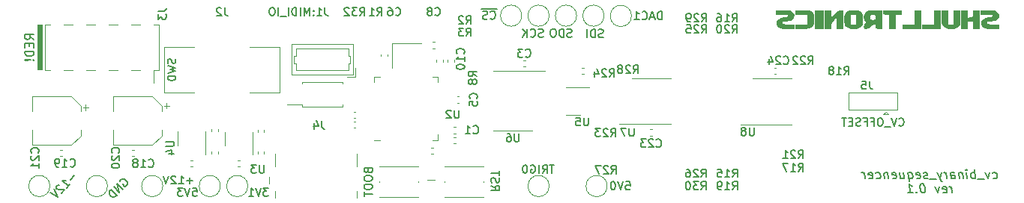
<source format=gbr>
%TF.GenerationSoftware,KiCad,Pcbnew,(6.0.2)*%
%TF.CreationDate,2022-03-16T17:45:16-04:00*%
%TF.ProjectId,cv_sequencer,63765f73-6571-4756-956e-6365722e6b69,0.1*%
%TF.SameCoordinates,Original*%
%TF.FileFunction,Legend,Bot*%
%TF.FilePolarity,Positive*%
%FSLAX46Y46*%
G04 Gerber Fmt 4.6, Leading zero omitted, Abs format (unit mm)*
G04 Created by KiCad (PCBNEW (6.0.2)) date 2022-03-16 17:45:16*
%MOMM*%
%LPD*%
G01*
G04 APERTURE LIST*
%ADD10C,0.152400*%
%ADD11C,0.150000*%
%ADD12C,0.120000*%
%ADD13C,0.100000*%
G04 APERTURE END LIST*
D10*
X216524749Y-84429358D02*
X216627558Y-84477739D01*
X216821082Y-84477739D01*
X216911796Y-84429358D01*
X216954130Y-84380977D01*
X216990415Y-84284215D01*
X216954130Y-83993929D01*
X216893654Y-83897167D01*
X216839225Y-83848786D01*
X216736415Y-83800405D01*
X216542892Y-83800405D01*
X216452177Y-83848786D01*
X216107463Y-83800405D02*
X215950225Y-84477739D01*
X215623654Y-83800405D01*
X215575273Y-84574500D02*
X214801177Y-84574500D01*
X214547177Y-84477739D02*
X214420177Y-83461739D01*
X214468558Y-83848786D02*
X214365749Y-83800405D01*
X214172225Y-83800405D01*
X214081511Y-83848786D01*
X214039177Y-83897167D01*
X214002892Y-83993929D01*
X214039177Y-84284215D01*
X214099654Y-84380977D01*
X214154082Y-84429358D01*
X214256892Y-84477739D01*
X214450415Y-84477739D01*
X214541130Y-84429358D01*
X213627939Y-84477739D02*
X213543273Y-83800405D01*
X213500939Y-83461739D02*
X213555368Y-83510120D01*
X213513035Y-83558500D01*
X213458606Y-83510120D01*
X213500939Y-83461739D01*
X213513035Y-83558500D01*
X213059463Y-83800405D02*
X213144130Y-84477739D01*
X213071558Y-83897167D02*
X213017130Y-83848786D01*
X212914320Y-83800405D01*
X212769177Y-83800405D01*
X212678463Y-83848786D01*
X212642177Y-83945548D01*
X212708701Y-84477739D01*
X211789463Y-84477739D02*
X211722939Y-83945548D01*
X211759225Y-83848786D01*
X211849939Y-83800405D01*
X212043463Y-83800405D01*
X212146273Y-83848786D01*
X211783415Y-84429358D02*
X211886225Y-84477739D01*
X212128130Y-84477739D01*
X212218844Y-84429358D01*
X212255130Y-84332596D01*
X212243035Y-84235834D01*
X212182558Y-84139072D01*
X212079749Y-84090691D01*
X211837844Y-84090691D01*
X211735035Y-84042310D01*
X211305654Y-84477739D02*
X211220987Y-83800405D01*
X211245177Y-83993929D02*
X211184701Y-83897167D01*
X211130273Y-83848786D01*
X211027463Y-83800405D01*
X210930701Y-83800405D01*
X210688796Y-83800405D02*
X210531558Y-84477739D01*
X210204987Y-83800405D02*
X210531558Y-84477739D01*
X210658558Y-84719643D01*
X210712987Y-84768024D01*
X210815796Y-84816405D01*
X210156606Y-84574500D02*
X209382511Y-84574500D01*
X209170844Y-84429358D02*
X209080130Y-84477739D01*
X208886606Y-84477739D01*
X208783796Y-84429358D01*
X208723320Y-84332596D01*
X208717273Y-84284215D01*
X208753558Y-84187453D01*
X208844273Y-84139072D01*
X208989415Y-84139072D01*
X209080130Y-84090691D01*
X209116415Y-83993929D01*
X209110368Y-83945548D01*
X209049892Y-83848786D01*
X208947082Y-83800405D01*
X208801939Y-83800405D01*
X208711225Y-83848786D01*
X207912939Y-84429358D02*
X208015749Y-84477739D01*
X208209273Y-84477739D01*
X208299987Y-84429358D01*
X208336273Y-84332596D01*
X208287892Y-83945548D01*
X208227415Y-83848786D01*
X208124606Y-83800405D01*
X207931082Y-83800405D01*
X207840368Y-83848786D01*
X207804082Y-83945548D01*
X207816177Y-84042310D01*
X208312082Y-84139072D01*
X206915082Y-83800405D02*
X207042082Y-84816405D01*
X206993701Y-84429358D02*
X207096511Y-84477739D01*
X207290035Y-84477739D01*
X207380749Y-84429358D01*
X207423082Y-84380977D01*
X207459368Y-84284215D01*
X207423082Y-83993929D01*
X207362606Y-83897167D01*
X207308177Y-83848786D01*
X207205368Y-83800405D01*
X207011844Y-83800405D01*
X206921130Y-83848786D01*
X205995844Y-83800405D02*
X206080511Y-84477739D01*
X206431273Y-83800405D02*
X206497796Y-84332596D01*
X206461511Y-84429358D01*
X206370796Y-84477739D01*
X206225654Y-84477739D01*
X206122844Y-84429358D01*
X206068415Y-84380977D01*
X205203606Y-84429358D02*
X205306415Y-84477739D01*
X205499939Y-84477739D01*
X205590654Y-84429358D01*
X205626939Y-84332596D01*
X205578558Y-83945548D01*
X205518082Y-83848786D01*
X205415273Y-83800405D01*
X205221749Y-83800405D01*
X205131035Y-83848786D01*
X205094749Y-83945548D01*
X205106844Y-84042310D01*
X205602749Y-84139072D01*
X204641177Y-83800405D02*
X204725844Y-84477739D01*
X204653273Y-83897167D02*
X204598844Y-83848786D01*
X204496035Y-83800405D01*
X204350892Y-83800405D01*
X204260177Y-83848786D01*
X204223892Y-83945548D01*
X204290415Y-84477739D01*
X203365130Y-84429358D02*
X203467939Y-84477739D01*
X203661463Y-84477739D01*
X203752177Y-84429358D01*
X203794511Y-84380977D01*
X203830796Y-84284215D01*
X203794511Y-83993929D01*
X203734035Y-83897167D01*
X203679606Y-83848786D01*
X203576796Y-83800405D01*
X203383273Y-83800405D01*
X203292558Y-83848786D01*
X202542654Y-84429358D02*
X202645463Y-84477739D01*
X202838987Y-84477739D01*
X202929701Y-84429358D01*
X202965987Y-84332596D01*
X202917606Y-83945548D01*
X202857130Y-83848786D01*
X202754320Y-83800405D01*
X202560796Y-83800405D01*
X202470082Y-83848786D01*
X202433796Y-83945548D01*
X202445892Y-84042310D01*
X202941796Y-84139072D01*
X202064892Y-84477739D02*
X201980225Y-83800405D01*
X202004415Y-83993929D02*
X201943939Y-83897167D01*
X201889511Y-83848786D01*
X201786701Y-83800405D01*
X201689939Y-83800405D01*
X211934606Y-86113499D02*
X211849939Y-85436165D01*
X211874130Y-85629689D02*
X211813654Y-85532927D01*
X211759225Y-85484546D01*
X211656415Y-85436165D01*
X211559654Y-85436165D01*
X210912558Y-86065118D02*
X211015368Y-86113499D01*
X211208892Y-86113499D01*
X211299606Y-86065118D01*
X211335892Y-85968356D01*
X211287511Y-85581308D01*
X211227035Y-85484546D01*
X211124225Y-85436165D01*
X210930701Y-85436165D01*
X210839987Y-85484546D01*
X210803701Y-85581308D01*
X210815796Y-85678070D01*
X211311701Y-85774832D01*
X210446892Y-85436165D02*
X210289654Y-86113499D01*
X209963082Y-85436165D01*
X208566082Y-85097499D02*
X208469320Y-85097499D01*
X208378606Y-85145880D01*
X208336273Y-85194260D01*
X208299987Y-85291022D01*
X208275796Y-85484546D01*
X208306035Y-85726451D01*
X208378606Y-85919975D01*
X208439082Y-86016737D01*
X208493511Y-86065118D01*
X208596320Y-86113499D01*
X208693082Y-86113499D01*
X208783796Y-86065118D01*
X208826130Y-86016737D01*
X208862415Y-85919975D01*
X208886606Y-85726451D01*
X208856368Y-85484546D01*
X208783796Y-85291022D01*
X208723320Y-85194260D01*
X208668892Y-85145880D01*
X208566082Y-85097499D01*
X207906892Y-86016737D02*
X207864558Y-86065118D01*
X207918987Y-86113499D01*
X207961320Y-86065118D01*
X207906892Y-86016737D01*
X207918987Y-86113499D01*
X206902987Y-86113499D02*
X207483558Y-86113499D01*
X207193273Y-86113499D02*
X207066273Y-85097499D01*
X207181177Y-85242641D01*
X207290035Y-85339403D01*
X207392844Y-85387784D01*
%TO.C,C21*%
X108682971Y-81555771D02*
X108726514Y-81512228D01*
X108770057Y-81381600D01*
X108770057Y-81294514D01*
X108726514Y-81163885D01*
X108639428Y-81076800D01*
X108552342Y-81033257D01*
X108378171Y-80989714D01*
X108247542Y-80989714D01*
X108073371Y-81033257D01*
X107986285Y-81076800D01*
X107899200Y-81163885D01*
X107855657Y-81294514D01*
X107855657Y-81381600D01*
X107899200Y-81512228D01*
X107942742Y-81555771D01*
X107942742Y-81904114D02*
X107899200Y-81947657D01*
X107855657Y-82034742D01*
X107855657Y-82252457D01*
X107899200Y-82339542D01*
X107942742Y-82383085D01*
X108029828Y-82426628D01*
X108116914Y-82426628D01*
X108247542Y-82383085D01*
X108770057Y-81860571D01*
X108770057Y-82426628D01*
X108770057Y-83297485D02*
X108770057Y-82774971D01*
X108770057Y-83036228D02*
X107855657Y-83036228D01*
X107986285Y-82949142D01*
X108073371Y-82862057D01*
X108116914Y-82774971D01*
%TO.C,J4*%
X140716000Y-77934457D02*
X140716000Y-78587600D01*
X140759542Y-78718228D01*
X140846628Y-78805314D01*
X140977257Y-78848857D01*
X141064342Y-78848857D01*
X139888685Y-78239257D02*
X139888685Y-78848857D01*
X140106400Y-77890914D02*
X140324114Y-78544057D01*
X139758057Y-78544057D01*
%TO.C,TP27*%
X175056800Y-84843257D02*
X175492228Y-84843257D01*
X175535771Y-85278685D01*
X175492228Y-85235142D01*
X175405142Y-85191600D01*
X175187428Y-85191600D01*
X175100342Y-85235142D01*
X175056800Y-85278685D01*
X175013257Y-85365771D01*
X175013257Y-85583485D01*
X175056800Y-85670571D01*
X175100342Y-85714114D01*
X175187428Y-85757657D01*
X175405142Y-85757657D01*
X175492228Y-85714114D01*
X175535771Y-85670571D01*
X174752000Y-84843257D02*
X174447200Y-85757657D01*
X174142400Y-84843257D01*
X173663428Y-84843257D02*
X173576342Y-84843257D01*
X173489257Y-84886800D01*
X173445714Y-84930342D01*
X173402171Y-85017428D01*
X173358628Y-85191600D01*
X173358628Y-85409314D01*
X173402171Y-85583485D01*
X173445714Y-85670571D01*
X173489257Y-85714114D01*
X173576342Y-85757657D01*
X173663428Y-85757657D01*
X173750514Y-85714114D01*
X173794057Y-85670571D01*
X173837600Y-85583485D01*
X173881142Y-85409314D01*
X173881142Y-85191600D01*
X173837600Y-85017428D01*
X173794057Y-84930342D01*
X173750514Y-84886800D01*
X173663428Y-84843257D01*
%TO.C,C3*%
X163728400Y-70633771D02*
X163771942Y-70677314D01*
X163902571Y-70720857D01*
X163989657Y-70720857D01*
X164120285Y-70677314D01*
X164207371Y-70590228D01*
X164250914Y-70503142D01*
X164294457Y-70328971D01*
X164294457Y-70198342D01*
X164250914Y-70024171D01*
X164207371Y-69937085D01*
X164120285Y-69850000D01*
X163989657Y-69806457D01*
X163902571Y-69806457D01*
X163771942Y-69850000D01*
X163728400Y-69893542D01*
X163423600Y-69806457D02*
X162857542Y-69806457D01*
X163162342Y-70154800D01*
X163031714Y-70154800D01*
X162944628Y-70198342D01*
X162901085Y-70241885D01*
X162857542Y-70328971D01*
X162857542Y-70546685D01*
X162901085Y-70633771D01*
X162944628Y-70677314D01*
X163031714Y-70720857D01*
X163292971Y-70720857D01*
X163380057Y-70677314D01*
X163423600Y-70633771D01*
%TO.C,J1*%
X141071200Y-65082057D02*
X141071200Y-65735200D01*
X141114742Y-65865828D01*
X141201828Y-65952914D01*
X141332457Y-65996457D01*
X141419542Y-65996457D01*
X140156800Y-65996457D02*
X140679314Y-65996457D01*
X140418057Y-65996457D02*
X140418057Y-65082057D01*
X140505142Y-65212685D01*
X140592228Y-65299771D01*
X140679314Y-65343314D01*
X139772571Y-65909371D02*
X139729028Y-65952914D01*
X139772571Y-65996457D01*
X139816114Y-65952914D01*
X139772571Y-65909371D01*
X139772571Y-65996457D01*
X139772571Y-65430400D02*
X139729028Y-65473942D01*
X139772571Y-65517485D01*
X139816114Y-65473942D01*
X139772571Y-65430400D01*
X139772571Y-65517485D01*
X139337142Y-65996457D02*
X139337142Y-65082057D01*
X139032342Y-65735200D01*
X138727542Y-65082057D01*
X138727542Y-65996457D01*
X138292114Y-65996457D02*
X138292114Y-65082057D01*
X137856685Y-65996457D02*
X137856685Y-65082057D01*
X137638971Y-65082057D01*
X137508342Y-65125600D01*
X137421257Y-65212685D01*
X137377714Y-65299771D01*
X137334171Y-65473942D01*
X137334171Y-65604571D01*
X137377714Y-65778742D01*
X137421257Y-65865828D01*
X137508342Y-65952914D01*
X137638971Y-65996457D01*
X137856685Y-65996457D01*
X136942285Y-65996457D02*
X136942285Y-65082057D01*
X136724571Y-66083542D02*
X136027885Y-66083542D01*
X135810171Y-65996457D02*
X135810171Y-65082057D01*
X135200571Y-65082057D02*
X135026400Y-65082057D01*
X134939314Y-65125600D01*
X134852228Y-65212685D01*
X134808685Y-65386857D01*
X134808685Y-65691657D01*
X134852228Y-65865828D01*
X134939314Y-65952914D01*
X135026400Y-65996457D01*
X135200571Y-65996457D01*
X135287657Y-65952914D01*
X135374742Y-65865828D01*
X135418285Y-65691657D01*
X135418285Y-65386857D01*
X135374742Y-65212685D01*
X135287657Y-65125600D01*
X135200571Y-65082057D01*
%TO.C,J5*%
X202586608Y-73436145D02*
X202586608Y-74089288D01*
X202630150Y-74219916D01*
X202717236Y-74307002D01*
X202847865Y-74350545D01*
X202934950Y-74350545D01*
X201715750Y-73436145D02*
X202151179Y-73436145D01*
X202194722Y-73871573D01*
X202151179Y-73828030D01*
X202064093Y-73784488D01*
X201846379Y-73784488D01*
X201759293Y-73828030D01*
X201715750Y-73871573D01*
X201672208Y-73958659D01*
X201672208Y-74176373D01*
X201715750Y-74263459D01*
X201759293Y-74307002D01*
X201846379Y-74350545D01*
X202064093Y-74350545D01*
X202151179Y-74307002D01*
X202194722Y-74263459D01*
X205914171Y-78456971D02*
X205957714Y-78500514D01*
X206088342Y-78544057D01*
X206175428Y-78544057D01*
X206306057Y-78500514D01*
X206393142Y-78413428D01*
X206436685Y-78326342D01*
X206480228Y-78152171D01*
X206480228Y-78021542D01*
X206436685Y-77847371D01*
X206393142Y-77760285D01*
X206306057Y-77673200D01*
X206175428Y-77629657D01*
X206088342Y-77629657D01*
X205957714Y-77673200D01*
X205914171Y-77716742D01*
X205652914Y-77629657D02*
X205348114Y-78544057D01*
X205043314Y-77629657D01*
X204956228Y-78631142D02*
X204259542Y-78631142D01*
X203867657Y-77629657D02*
X203693485Y-77629657D01*
X203606400Y-77673200D01*
X203519314Y-77760285D01*
X203475771Y-77934457D01*
X203475771Y-78239257D01*
X203519314Y-78413428D01*
X203606400Y-78500514D01*
X203693485Y-78544057D01*
X203867657Y-78544057D01*
X203954742Y-78500514D01*
X204041828Y-78413428D01*
X204085371Y-78239257D01*
X204085371Y-77934457D01*
X204041828Y-77760285D01*
X203954742Y-77673200D01*
X203867657Y-77629657D01*
X202779085Y-78065085D02*
X203083885Y-78065085D01*
X203083885Y-78544057D02*
X203083885Y-77629657D01*
X202648457Y-77629657D01*
X201995314Y-78065085D02*
X202300114Y-78065085D01*
X202300114Y-78544057D02*
X202300114Y-77629657D01*
X201864685Y-77629657D01*
X201559885Y-78500514D02*
X201429257Y-78544057D01*
X201211542Y-78544057D01*
X201124457Y-78500514D01*
X201080914Y-78456971D01*
X201037371Y-78369885D01*
X201037371Y-78282800D01*
X201080914Y-78195714D01*
X201124457Y-78152171D01*
X201211542Y-78108628D01*
X201385714Y-78065085D01*
X201472800Y-78021542D01*
X201516342Y-77978000D01*
X201559885Y-77890914D01*
X201559885Y-77803828D01*
X201516342Y-77716742D01*
X201472800Y-77673200D01*
X201385714Y-77629657D01*
X201168000Y-77629657D01*
X201037371Y-77673200D01*
X200645485Y-78065085D02*
X200340685Y-78065085D01*
X200210057Y-78544057D02*
X200645485Y-78544057D01*
X200645485Y-77629657D01*
X200210057Y-77629657D01*
X199948800Y-77629657D02*
X199426285Y-77629657D01*
X199687542Y-78544057D02*
X199687542Y-77629657D01*
%TO.C,R16*%
X187074628Y-66707657D02*
X187379428Y-66272228D01*
X187597142Y-66707657D02*
X187597142Y-65793257D01*
X187248800Y-65793257D01*
X187161714Y-65836800D01*
X187118171Y-65880342D01*
X187074628Y-65967428D01*
X187074628Y-66098057D01*
X187118171Y-66185142D01*
X187161714Y-66228685D01*
X187248800Y-66272228D01*
X187597142Y-66272228D01*
X186203771Y-66707657D02*
X186726285Y-66707657D01*
X186465028Y-66707657D02*
X186465028Y-65793257D01*
X186552114Y-65923885D01*
X186639200Y-66010971D01*
X186726285Y-66054514D01*
X185420000Y-65793257D02*
X185594171Y-65793257D01*
X185681257Y-65836800D01*
X185724800Y-65880342D01*
X185811885Y-66010971D01*
X185855428Y-66185142D01*
X185855428Y-66533485D01*
X185811885Y-66620571D01*
X185768342Y-66664114D01*
X185681257Y-66707657D01*
X185507085Y-66707657D01*
X185420000Y-66664114D01*
X185376457Y-66620571D01*
X185332914Y-66533485D01*
X185332914Y-66315771D01*
X185376457Y-66228685D01*
X185420000Y-66185142D01*
X185507085Y-66141600D01*
X185681257Y-66141600D01*
X185768342Y-66185142D01*
X185811885Y-66228685D01*
X185855428Y-66315771D01*
%TO.C,C10*%
X156739771Y-70328971D02*
X156783314Y-70285428D01*
X156826857Y-70154800D01*
X156826857Y-70067714D01*
X156783314Y-69937085D01*
X156696228Y-69850000D01*
X156609142Y-69806457D01*
X156434971Y-69762914D01*
X156304342Y-69762914D01*
X156130171Y-69806457D01*
X156043085Y-69850000D01*
X155956000Y-69937085D01*
X155912457Y-70067714D01*
X155912457Y-70154800D01*
X155956000Y-70285428D01*
X155999542Y-70328971D01*
X156826857Y-71199828D02*
X156826857Y-70677314D01*
X156826857Y-70938571D02*
X155912457Y-70938571D01*
X156043085Y-70851485D01*
X156130171Y-70764400D01*
X156173714Y-70677314D01*
X155912457Y-71765885D02*
X155912457Y-71852971D01*
X155956000Y-71940057D01*
X155999542Y-71983600D01*
X156086628Y-72027142D01*
X156260800Y-72070685D01*
X156478514Y-72070685D01*
X156652685Y-72027142D01*
X156739771Y-71983600D01*
X156783314Y-71940057D01*
X156826857Y-71852971D01*
X156826857Y-71765885D01*
X156783314Y-71678800D01*
X156739771Y-71635257D01*
X156652685Y-71591714D01*
X156478514Y-71548171D01*
X156260800Y-71548171D01*
X156086628Y-71591714D01*
X155999542Y-71635257D01*
X155956000Y-71678800D01*
X155912457Y-71765885D01*
%TO.C,U3*%
X134193885Y-82934057D02*
X134193885Y-83674285D01*
X134150342Y-83761371D01*
X134106800Y-83804914D01*
X134019714Y-83848457D01*
X133845542Y-83848457D01*
X133758457Y-83804914D01*
X133714914Y-83761371D01*
X133671371Y-83674285D01*
X133671371Y-82934057D01*
X133323028Y-82934057D02*
X132756971Y-82934057D01*
X133061771Y-83282400D01*
X132931142Y-83282400D01*
X132844057Y-83325942D01*
X132800514Y-83369485D01*
X132756971Y-83456571D01*
X132756971Y-83674285D01*
X132800514Y-83761371D01*
X132844057Y-83804914D01*
X132931142Y-83848457D01*
X133192400Y-83848457D01*
X133279485Y-83804914D01*
X133323028Y-83761371D01*
%TO.C,R19*%
X187125428Y-85757657D02*
X187430228Y-85322228D01*
X187647942Y-85757657D02*
X187647942Y-84843257D01*
X187299600Y-84843257D01*
X187212514Y-84886800D01*
X187168971Y-84930342D01*
X187125428Y-85017428D01*
X187125428Y-85148057D01*
X187168971Y-85235142D01*
X187212514Y-85278685D01*
X187299600Y-85322228D01*
X187647942Y-85322228D01*
X186254571Y-85757657D02*
X186777085Y-85757657D01*
X186515828Y-85757657D02*
X186515828Y-84843257D01*
X186602914Y-84973885D01*
X186690000Y-85060971D01*
X186777085Y-85104514D01*
X185819142Y-85757657D02*
X185644971Y-85757657D01*
X185557885Y-85714114D01*
X185514342Y-85670571D01*
X185427257Y-85539942D01*
X185383714Y-85365771D01*
X185383714Y-85017428D01*
X185427257Y-84930342D01*
X185470800Y-84886800D01*
X185557885Y-84843257D01*
X185732057Y-84843257D01*
X185819142Y-84886800D01*
X185862685Y-84930342D01*
X185906228Y-85017428D01*
X185906228Y-85235142D01*
X185862685Y-85322228D01*
X185819142Y-85365771D01*
X185732057Y-85409314D01*
X185557885Y-85409314D01*
X185470800Y-85365771D01*
X185427257Y-85322228D01*
X185383714Y-85235142D01*
%TO.C,TP22*%
X168939028Y-68391314D02*
X168808400Y-68434857D01*
X168590685Y-68434857D01*
X168503600Y-68391314D01*
X168460057Y-68347771D01*
X168416514Y-68260685D01*
X168416514Y-68173600D01*
X168460057Y-68086514D01*
X168503600Y-68042971D01*
X168590685Y-67999428D01*
X168764857Y-67955885D01*
X168851942Y-67912342D01*
X168895485Y-67868800D01*
X168939028Y-67781714D01*
X168939028Y-67694628D01*
X168895485Y-67607542D01*
X168851942Y-67564000D01*
X168764857Y-67520457D01*
X168547142Y-67520457D01*
X168416514Y-67564000D01*
X168024628Y-68434857D02*
X168024628Y-67520457D01*
X167806914Y-67520457D01*
X167676285Y-67564000D01*
X167589200Y-67651085D01*
X167545657Y-67738171D01*
X167502114Y-67912342D01*
X167502114Y-68042971D01*
X167545657Y-68217142D01*
X167589200Y-68304228D01*
X167676285Y-68391314D01*
X167806914Y-68434857D01*
X168024628Y-68434857D01*
X166936057Y-67520457D02*
X166761885Y-67520457D01*
X166674800Y-67564000D01*
X166587714Y-67651085D01*
X166544171Y-67825257D01*
X166544171Y-68130057D01*
X166587714Y-68304228D01*
X166674800Y-68391314D01*
X166761885Y-68434857D01*
X166936057Y-68434857D01*
X167023142Y-68391314D01*
X167110228Y-68304228D01*
X167153771Y-68130057D01*
X167153771Y-67825257D01*
X167110228Y-67651085D01*
X167023142Y-67564000D01*
X166936057Y-67520457D01*
%TO.C,R22*%
X195659828Y-71533657D02*
X195964628Y-71098228D01*
X196182342Y-71533657D02*
X196182342Y-70619257D01*
X195834000Y-70619257D01*
X195746914Y-70662800D01*
X195703371Y-70706342D01*
X195659828Y-70793428D01*
X195659828Y-70924057D01*
X195703371Y-71011142D01*
X195746914Y-71054685D01*
X195834000Y-71098228D01*
X196182342Y-71098228D01*
X195311485Y-70706342D02*
X195267942Y-70662800D01*
X195180857Y-70619257D01*
X194963142Y-70619257D01*
X194876057Y-70662800D01*
X194832514Y-70706342D01*
X194788971Y-70793428D01*
X194788971Y-70880514D01*
X194832514Y-71011142D01*
X195355028Y-71533657D01*
X194788971Y-71533657D01*
X194440628Y-70706342D02*
X194397085Y-70662800D01*
X194310000Y-70619257D01*
X194092285Y-70619257D01*
X194005200Y-70662800D01*
X193961657Y-70706342D01*
X193918114Y-70793428D01*
X193918114Y-70880514D01*
X193961657Y-71011142D01*
X194484171Y-71533657D01*
X193918114Y-71533657D01*
%TO.C,R21*%
X194542228Y-82201657D02*
X194847028Y-81766228D01*
X195064742Y-82201657D02*
X195064742Y-81287257D01*
X194716400Y-81287257D01*
X194629314Y-81330800D01*
X194585771Y-81374342D01*
X194542228Y-81461428D01*
X194542228Y-81592057D01*
X194585771Y-81679142D01*
X194629314Y-81722685D01*
X194716400Y-81766228D01*
X195064742Y-81766228D01*
X194193885Y-81374342D02*
X194150342Y-81330800D01*
X194063257Y-81287257D01*
X193845542Y-81287257D01*
X193758457Y-81330800D01*
X193714914Y-81374342D01*
X193671371Y-81461428D01*
X193671371Y-81548514D01*
X193714914Y-81679142D01*
X194237428Y-82201657D01*
X193671371Y-82201657D01*
X192800514Y-82201657D02*
X193323028Y-82201657D01*
X193061771Y-82201657D02*
X193061771Y-81287257D01*
X193148857Y-81417885D01*
X193235942Y-81504971D01*
X193323028Y-81548514D01*
%TO.C,C24*%
X192865828Y-71446571D02*
X192909371Y-71490114D01*
X193040000Y-71533657D01*
X193127085Y-71533657D01*
X193257714Y-71490114D01*
X193344800Y-71403028D01*
X193388342Y-71315942D01*
X193431885Y-71141771D01*
X193431885Y-71011142D01*
X193388342Y-70836971D01*
X193344800Y-70749885D01*
X193257714Y-70662800D01*
X193127085Y-70619257D01*
X193040000Y-70619257D01*
X192909371Y-70662800D01*
X192865828Y-70706342D01*
X192517485Y-70706342D02*
X192473942Y-70662800D01*
X192386857Y-70619257D01*
X192169142Y-70619257D01*
X192082057Y-70662800D01*
X192038514Y-70706342D01*
X191994971Y-70793428D01*
X191994971Y-70880514D01*
X192038514Y-71011142D01*
X192561028Y-71533657D01*
X191994971Y-71533657D01*
X191211200Y-70924057D02*
X191211200Y-71533657D01*
X191428914Y-70575714D02*
X191646628Y-71228857D01*
X191080571Y-71228857D01*
%TO.C,J3*%
X122232057Y-65481200D02*
X122885200Y-65481200D01*
X123015828Y-65437657D01*
X123102914Y-65350571D01*
X123146457Y-65219942D01*
X123146457Y-65132857D01*
X122232057Y-65829542D02*
X122232057Y-66395600D01*
X122580400Y-66090800D01*
X122580400Y-66221428D01*
X122623942Y-66308514D01*
X122667485Y-66352057D01*
X122754571Y-66395600D01*
X122972285Y-66395600D01*
X123059371Y-66352057D01*
X123102914Y-66308514D01*
X123146457Y-66221428D01*
X123146457Y-65960171D01*
X123102914Y-65873085D01*
X123059371Y-65829542D01*
D11*
X108202980Y-68715047D02*
X107726790Y-68381714D01*
X108202980Y-68143619D02*
X107202980Y-68143619D01*
X107202980Y-68524571D01*
X107250600Y-68619809D01*
X107298219Y-68667428D01*
X107393457Y-68715047D01*
X107536314Y-68715047D01*
X107631552Y-68667428D01*
X107679171Y-68619809D01*
X107726790Y-68524571D01*
X107726790Y-68143619D01*
X107679171Y-69143619D02*
X107679171Y-69476952D01*
X108202980Y-69619809D02*
X108202980Y-69143619D01*
X107202980Y-69143619D01*
X107202980Y-69619809D01*
X108202980Y-70048380D02*
X107202980Y-70048380D01*
X107202980Y-70286476D01*
X107250600Y-70429333D01*
X107345838Y-70524571D01*
X107441076Y-70572190D01*
X107631552Y-70619809D01*
X107774409Y-70619809D01*
X107964885Y-70572190D01*
X108060123Y-70524571D01*
X108155361Y-70429333D01*
X108202980Y-70286476D01*
X108202980Y-70048380D01*
X108107742Y-71048380D02*
X108155361Y-71096000D01*
X108202980Y-71048380D01*
X108155361Y-71000761D01*
X108107742Y-71048380D01*
X108202980Y-71048380D01*
X107822028Y-71048380D02*
X107250600Y-71000761D01*
X107202980Y-71048380D01*
X107250600Y-71096000D01*
X107822028Y-71048380D01*
X107202980Y-71048380D01*
D10*
%TO.C,TP19*%
X172487771Y-68442114D02*
X172357142Y-68485657D01*
X172139428Y-68485657D01*
X172052342Y-68442114D01*
X172008800Y-68398571D01*
X171965257Y-68311485D01*
X171965257Y-68224400D01*
X172008800Y-68137314D01*
X172052342Y-68093771D01*
X172139428Y-68050228D01*
X172313600Y-68006685D01*
X172400685Y-67963142D01*
X172444228Y-67919600D01*
X172487771Y-67832514D01*
X172487771Y-67745428D01*
X172444228Y-67658342D01*
X172400685Y-67614800D01*
X172313600Y-67571257D01*
X172095885Y-67571257D01*
X171965257Y-67614800D01*
X171573371Y-68485657D02*
X171573371Y-67571257D01*
X171355657Y-67571257D01*
X171225028Y-67614800D01*
X171137942Y-67701885D01*
X171094400Y-67788971D01*
X171050857Y-67963142D01*
X171050857Y-68093771D01*
X171094400Y-68267942D01*
X171137942Y-68355028D01*
X171225028Y-68442114D01*
X171355657Y-68485657D01*
X171573371Y-68485657D01*
X170658971Y-68485657D02*
X170658971Y-67571257D01*
%TO.C,SW2*%
X145933885Y-83595028D02*
X145977428Y-83725657D01*
X146020971Y-83769200D01*
X146108057Y-83812742D01*
X146238685Y-83812742D01*
X146325771Y-83769200D01*
X146369314Y-83725657D01*
X146412857Y-83638571D01*
X146412857Y-83290228D01*
X145498457Y-83290228D01*
X145498457Y-83595028D01*
X145542000Y-83682114D01*
X145585542Y-83725657D01*
X145672628Y-83769200D01*
X145759714Y-83769200D01*
X145846800Y-83725657D01*
X145890342Y-83682114D01*
X145933885Y-83595028D01*
X145933885Y-83290228D01*
X145498457Y-84378800D02*
X145498457Y-84552971D01*
X145542000Y-84640057D01*
X145629085Y-84727142D01*
X145803257Y-84770685D01*
X146108057Y-84770685D01*
X146282228Y-84727142D01*
X146369314Y-84640057D01*
X146412857Y-84552971D01*
X146412857Y-84378800D01*
X146369314Y-84291714D01*
X146282228Y-84204628D01*
X146108057Y-84161085D01*
X145803257Y-84161085D01*
X145629085Y-84204628D01*
X145542000Y-84291714D01*
X145498457Y-84378800D01*
X145498457Y-85336742D02*
X145498457Y-85510914D01*
X145542000Y-85598000D01*
X145629085Y-85685085D01*
X145803257Y-85728628D01*
X146108057Y-85728628D01*
X146282228Y-85685085D01*
X146369314Y-85598000D01*
X146412857Y-85510914D01*
X146412857Y-85336742D01*
X146369314Y-85249657D01*
X146282228Y-85162571D01*
X146108057Y-85119028D01*
X145803257Y-85119028D01*
X145629085Y-85162571D01*
X145542000Y-85249657D01*
X145498457Y-85336742D01*
X145498457Y-85989885D02*
X145498457Y-86512400D01*
X146412857Y-86251142D02*
X145498457Y-86251142D01*
%TO.C,U7*%
X175969005Y-78757937D02*
X175969005Y-79498165D01*
X175925462Y-79585251D01*
X175881920Y-79628794D01*
X175794834Y-79672337D01*
X175620662Y-79672337D01*
X175533577Y-79628794D01*
X175490034Y-79585251D01*
X175446491Y-79498165D01*
X175446491Y-78757937D01*
X175098148Y-78757937D02*
X174488548Y-78757937D01*
X174880434Y-79672337D01*
%TO.C,R18*%
X199723828Y-72702057D02*
X200028628Y-72266628D01*
X200246342Y-72702057D02*
X200246342Y-71787657D01*
X199898000Y-71787657D01*
X199810914Y-71831200D01*
X199767371Y-71874742D01*
X199723828Y-71961828D01*
X199723828Y-72092457D01*
X199767371Y-72179542D01*
X199810914Y-72223085D01*
X199898000Y-72266628D01*
X200246342Y-72266628D01*
X198852971Y-72702057D02*
X199375485Y-72702057D01*
X199114228Y-72702057D02*
X199114228Y-71787657D01*
X199201314Y-71918285D01*
X199288400Y-72005371D01*
X199375485Y-72048914D01*
X198330457Y-72179542D02*
X198417542Y-72136000D01*
X198461085Y-72092457D01*
X198504628Y-72005371D01*
X198504628Y-71961828D01*
X198461085Y-71874742D01*
X198417542Y-71831200D01*
X198330457Y-71787657D01*
X198156285Y-71787657D01*
X198069200Y-71831200D01*
X198025657Y-71874742D01*
X197982114Y-71961828D01*
X197982114Y-72005371D01*
X198025657Y-72092457D01*
X198069200Y-72136000D01*
X198156285Y-72179542D01*
X198330457Y-72179542D01*
X198417542Y-72223085D01*
X198461085Y-72266628D01*
X198504628Y-72353714D01*
X198504628Y-72527885D01*
X198461085Y-72614971D01*
X198417542Y-72658514D01*
X198330457Y-72702057D01*
X198156285Y-72702057D01*
X198069200Y-72658514D01*
X198025657Y-72614971D01*
X197982114Y-72527885D01*
X197982114Y-72353714D01*
X198025657Y-72266628D01*
X198069200Y-72223085D01*
X198156285Y-72179542D01*
%TO.C,R28*%
X175898628Y-72549657D02*
X176203428Y-72114228D01*
X176421142Y-72549657D02*
X176421142Y-71635257D01*
X176072800Y-71635257D01*
X175985714Y-71678800D01*
X175942171Y-71722342D01*
X175898628Y-71809428D01*
X175898628Y-71940057D01*
X175942171Y-72027142D01*
X175985714Y-72070685D01*
X176072800Y-72114228D01*
X176421142Y-72114228D01*
X175550285Y-71722342D02*
X175506742Y-71678800D01*
X175419657Y-71635257D01*
X175201942Y-71635257D01*
X175114857Y-71678800D01*
X175071314Y-71722342D01*
X175027771Y-71809428D01*
X175027771Y-71896514D01*
X175071314Y-72027142D01*
X175593828Y-72549657D01*
X175027771Y-72549657D01*
X174505257Y-72027142D02*
X174592342Y-71983600D01*
X174635885Y-71940057D01*
X174679428Y-71852971D01*
X174679428Y-71809428D01*
X174635885Y-71722342D01*
X174592342Y-71678800D01*
X174505257Y-71635257D01*
X174331085Y-71635257D01*
X174244000Y-71678800D01*
X174200457Y-71722342D01*
X174156914Y-71809428D01*
X174156914Y-71852971D01*
X174200457Y-71940057D01*
X174244000Y-71983600D01*
X174331085Y-72027142D01*
X174505257Y-72027142D01*
X174592342Y-72070685D01*
X174635885Y-72114228D01*
X174679428Y-72201314D01*
X174679428Y-72375485D01*
X174635885Y-72462571D01*
X174592342Y-72506114D01*
X174505257Y-72549657D01*
X174331085Y-72549657D01*
X174244000Y-72506114D01*
X174200457Y-72462571D01*
X174156914Y-72375485D01*
X174156914Y-72201314D01*
X174200457Y-72114228D01*
X174244000Y-72070685D01*
X174331085Y-72027142D01*
%TO.C,TP13*%
X126172685Y-84748914D02*
X125476000Y-84748914D01*
X125824342Y-85097257D02*
X125824342Y-84400571D01*
X124561600Y-85097257D02*
X125084114Y-85097257D01*
X124822857Y-85097257D02*
X124822857Y-84182857D01*
X124909942Y-84313485D01*
X124997028Y-84400571D01*
X125084114Y-84444114D01*
X124213257Y-84269942D02*
X124169714Y-84226400D01*
X124082628Y-84182857D01*
X123864914Y-84182857D01*
X123777828Y-84226400D01*
X123734285Y-84269942D01*
X123690742Y-84357028D01*
X123690742Y-84444114D01*
X123734285Y-84574742D01*
X124256800Y-85097257D01*
X123690742Y-85097257D01*
X123429485Y-84182857D02*
X123124685Y-85097257D01*
X122819885Y-84182857D01*
%TO.C,R24*%
X173206228Y-72956057D02*
X173511028Y-72520628D01*
X173728742Y-72956057D02*
X173728742Y-72041657D01*
X173380400Y-72041657D01*
X173293314Y-72085200D01*
X173249771Y-72128742D01*
X173206228Y-72215828D01*
X173206228Y-72346457D01*
X173249771Y-72433542D01*
X173293314Y-72477085D01*
X173380400Y-72520628D01*
X173728742Y-72520628D01*
X172857885Y-72128742D02*
X172814342Y-72085200D01*
X172727257Y-72041657D01*
X172509542Y-72041657D01*
X172422457Y-72085200D01*
X172378914Y-72128742D01*
X172335371Y-72215828D01*
X172335371Y-72302914D01*
X172378914Y-72433542D01*
X172901428Y-72956057D01*
X172335371Y-72956057D01*
X171551600Y-72346457D02*
X171551600Y-72956057D01*
X171769314Y-71998114D02*
X171987028Y-72651257D01*
X171420971Y-72651257D01*
%TO.C,TP23*%
X160506228Y-65230248D02*
X159591828Y-65230248D01*
X159766000Y-66315771D02*
X159809542Y-66359314D01*
X159940171Y-66402857D01*
X160027257Y-66402857D01*
X160157885Y-66359314D01*
X160244971Y-66272228D01*
X160288514Y-66185142D01*
X160332057Y-66010971D01*
X160332057Y-65880342D01*
X160288514Y-65706171D01*
X160244971Y-65619085D01*
X160157885Y-65532000D01*
X160027257Y-65488457D01*
X159940171Y-65488457D01*
X159809542Y-65532000D01*
X159766000Y-65575542D01*
X159591828Y-65230248D02*
X158720971Y-65230248D01*
X159417657Y-66359314D02*
X159287028Y-66402857D01*
X159069314Y-66402857D01*
X158982228Y-66359314D01*
X158938685Y-66315771D01*
X158895142Y-66228685D01*
X158895142Y-66141600D01*
X158938685Y-66054514D01*
X158982228Y-66010971D01*
X159069314Y-65967428D01*
X159243485Y-65923885D01*
X159330571Y-65880342D01*
X159374114Y-65836800D01*
X159417657Y-65749714D01*
X159417657Y-65662628D01*
X159374114Y-65575542D01*
X159330571Y-65532000D01*
X159243485Y-65488457D01*
X159025771Y-65488457D01*
X158895142Y-65532000D01*
%TO.C,C8*%
X153517600Y-65909371D02*
X153561142Y-65952914D01*
X153691771Y-65996457D01*
X153778857Y-65996457D01*
X153909485Y-65952914D01*
X153996571Y-65865828D01*
X154040114Y-65778742D01*
X154083657Y-65604571D01*
X154083657Y-65473942D01*
X154040114Y-65299771D01*
X153996571Y-65212685D01*
X153909485Y-65125600D01*
X153778857Y-65082057D01*
X153691771Y-65082057D01*
X153561142Y-65125600D01*
X153517600Y-65169142D01*
X152995085Y-65473942D02*
X153082171Y-65430400D01*
X153125714Y-65386857D01*
X153169257Y-65299771D01*
X153169257Y-65256228D01*
X153125714Y-65169142D01*
X153082171Y-65125600D01*
X152995085Y-65082057D01*
X152820914Y-65082057D01*
X152733828Y-65125600D01*
X152690285Y-65169142D01*
X152646742Y-65256228D01*
X152646742Y-65299771D01*
X152690285Y-65386857D01*
X152733828Y-65430400D01*
X152820914Y-65473942D01*
X152995085Y-65473942D01*
X153082171Y-65517485D01*
X153125714Y-65561028D01*
X153169257Y-65648114D01*
X153169257Y-65822285D01*
X153125714Y-65909371D01*
X153082171Y-65952914D01*
X152995085Y-65996457D01*
X152820914Y-65996457D01*
X152733828Y-65952914D01*
X152690285Y-65909371D01*
X152646742Y-65822285D01*
X152646742Y-65648114D01*
X152690285Y-65561028D01*
X152733828Y-65517485D01*
X152820914Y-65473942D01*
%TO.C,C1*%
X157835600Y-79320571D02*
X157879142Y-79364114D01*
X158009771Y-79407657D01*
X158096857Y-79407657D01*
X158227485Y-79364114D01*
X158314571Y-79277028D01*
X158358114Y-79189942D01*
X158401657Y-79015771D01*
X158401657Y-78885142D01*
X158358114Y-78710971D01*
X158314571Y-78623885D01*
X158227485Y-78536800D01*
X158096857Y-78493257D01*
X158009771Y-78493257D01*
X157879142Y-78536800D01*
X157835600Y-78580342D01*
X156964742Y-79407657D02*
X157487257Y-79407657D01*
X157226000Y-79407657D02*
X157226000Y-78493257D01*
X157313085Y-78623885D01*
X157400171Y-78710971D01*
X157487257Y-78754514D01*
%TO.C,R8*%
X158198457Y-72898000D02*
X157763028Y-72593200D01*
X158198457Y-72375485D02*
X157284057Y-72375485D01*
X157284057Y-72723828D01*
X157327600Y-72810914D01*
X157371142Y-72854457D01*
X157458228Y-72898000D01*
X157588857Y-72898000D01*
X157675942Y-72854457D01*
X157719485Y-72810914D01*
X157763028Y-72723828D01*
X157763028Y-72375485D01*
X157675942Y-73420514D02*
X157632400Y-73333428D01*
X157588857Y-73289885D01*
X157501771Y-73246342D01*
X157458228Y-73246342D01*
X157371142Y-73289885D01*
X157327600Y-73333428D01*
X157284057Y-73420514D01*
X157284057Y-73594685D01*
X157327600Y-73681771D01*
X157371142Y-73725314D01*
X157458228Y-73768857D01*
X157501771Y-73768857D01*
X157588857Y-73725314D01*
X157632400Y-73681771D01*
X157675942Y-73594685D01*
X157675942Y-73420514D01*
X157719485Y-73333428D01*
X157763028Y-73289885D01*
X157850114Y-73246342D01*
X158024285Y-73246342D01*
X158111371Y-73289885D01*
X158154914Y-73333428D01*
X158198457Y-73420514D01*
X158198457Y-73594685D01*
X158154914Y-73681771D01*
X158111371Y-73725314D01*
X158024285Y-73768857D01*
X157850114Y-73768857D01*
X157763028Y-73725314D01*
X157719485Y-73681771D01*
X157675942Y-73594685D01*
%TO.C,U6*%
X163002685Y-79407657D02*
X163002685Y-80147885D01*
X162959142Y-80234971D01*
X162915600Y-80278514D01*
X162828514Y-80322057D01*
X162654342Y-80322057D01*
X162567257Y-80278514D01*
X162523714Y-80234971D01*
X162480171Y-80147885D01*
X162480171Y-79407657D01*
X161652857Y-79407657D02*
X161827028Y-79407657D01*
X161914114Y-79451200D01*
X161957657Y-79494742D01*
X162044742Y-79625371D01*
X162088285Y-79799542D01*
X162088285Y-80147885D01*
X162044742Y-80234971D01*
X162001200Y-80278514D01*
X161914114Y-80322057D01*
X161739942Y-80322057D01*
X161652857Y-80278514D01*
X161609314Y-80234971D01*
X161565771Y-80147885D01*
X161565771Y-79930171D01*
X161609314Y-79843085D01*
X161652857Y-79799542D01*
X161739942Y-79756000D01*
X161914114Y-79756000D01*
X162001200Y-79799542D01*
X162044742Y-79843085D01*
X162088285Y-79930171D01*
%TO.C,U4*%
X123115857Y-80299714D02*
X123856085Y-80299714D01*
X123943171Y-80343257D01*
X123986714Y-80386800D01*
X124030257Y-80473885D01*
X124030257Y-80648057D01*
X123986714Y-80735142D01*
X123943171Y-80778685D01*
X123856085Y-80822228D01*
X123115857Y-80822228D01*
X123420657Y-81649542D02*
X124030257Y-81649542D01*
X123072314Y-81431828D02*
X123725457Y-81214114D01*
X123725457Y-81780171D01*
%TO.C,C20*%
X117776171Y-81555771D02*
X117819714Y-81512228D01*
X117863257Y-81381600D01*
X117863257Y-81294514D01*
X117819714Y-81163885D01*
X117732628Y-81076800D01*
X117645542Y-81033257D01*
X117471371Y-80989714D01*
X117340742Y-80989714D01*
X117166571Y-81033257D01*
X117079485Y-81076800D01*
X116992400Y-81163885D01*
X116948857Y-81294514D01*
X116948857Y-81381600D01*
X116992400Y-81512228D01*
X117035942Y-81555771D01*
X117035942Y-81904114D02*
X116992400Y-81947657D01*
X116948857Y-82034742D01*
X116948857Y-82252457D01*
X116992400Y-82339542D01*
X117035942Y-82383085D01*
X117123028Y-82426628D01*
X117210114Y-82426628D01*
X117340742Y-82383085D01*
X117863257Y-81860571D01*
X117863257Y-82426628D01*
X116948857Y-82992685D02*
X116948857Y-83079771D01*
X116992400Y-83166857D01*
X117035942Y-83210400D01*
X117123028Y-83253942D01*
X117297200Y-83297485D01*
X117514914Y-83297485D01*
X117689085Y-83253942D01*
X117776171Y-83210400D01*
X117819714Y-83166857D01*
X117863257Y-83079771D01*
X117863257Y-82992685D01*
X117819714Y-82905600D01*
X117776171Y-82862057D01*
X117689085Y-82818514D01*
X117514914Y-82774971D01*
X117297200Y-82774971D01*
X117123028Y-82818514D01*
X117035942Y-82862057D01*
X116992400Y-82905600D01*
X116948857Y-82992685D01*
%TO.C,TP9*%
X134685314Y-85554457D02*
X134119257Y-85554457D01*
X134424057Y-85902800D01*
X134293428Y-85902800D01*
X134206342Y-85946342D01*
X134162800Y-85989885D01*
X134119257Y-86076971D01*
X134119257Y-86294685D01*
X134162800Y-86381771D01*
X134206342Y-86425314D01*
X134293428Y-86468857D01*
X134554685Y-86468857D01*
X134641771Y-86425314D01*
X134685314Y-86381771D01*
X133858000Y-85554457D02*
X133553200Y-86468857D01*
X133248400Y-85554457D01*
X132464628Y-86468857D02*
X132987142Y-86468857D01*
X132725885Y-86468857D02*
X132725885Y-85554457D01*
X132812971Y-85685085D01*
X132900057Y-85772171D01*
X132987142Y-85815714D01*
%TO.C,U2*%
X156220884Y-76740656D02*
X156220884Y-77480884D01*
X156177341Y-77567970D01*
X156133799Y-77611513D01*
X156046713Y-77655056D01*
X155872541Y-77655056D01*
X155785456Y-77611513D01*
X155741913Y-77567970D01*
X155698370Y-77480884D01*
X155698370Y-76740656D01*
X155306484Y-76827741D02*
X155262941Y-76784199D01*
X155175856Y-76740656D01*
X154958141Y-76740656D01*
X154871056Y-76784199D01*
X154827513Y-76827741D01*
X154783970Y-76914827D01*
X154783970Y-77001913D01*
X154827513Y-77132541D01*
X155350027Y-77655056D01*
X154783970Y-77655056D01*
%TO.C,C18*%
X121136228Y-83130571D02*
X121179771Y-83174114D01*
X121310400Y-83217657D01*
X121397485Y-83217657D01*
X121528114Y-83174114D01*
X121615200Y-83087028D01*
X121658742Y-82999942D01*
X121702285Y-82825771D01*
X121702285Y-82695142D01*
X121658742Y-82520971D01*
X121615200Y-82433885D01*
X121528114Y-82346800D01*
X121397485Y-82303257D01*
X121310400Y-82303257D01*
X121179771Y-82346800D01*
X121136228Y-82390342D01*
X120265371Y-83217657D02*
X120787885Y-83217657D01*
X120526628Y-83217657D02*
X120526628Y-82303257D01*
X120613714Y-82433885D01*
X120700800Y-82520971D01*
X120787885Y-82564514D01*
X119742857Y-82695142D02*
X119829942Y-82651600D01*
X119873485Y-82608057D01*
X119917028Y-82520971D01*
X119917028Y-82477428D01*
X119873485Y-82390342D01*
X119829942Y-82346800D01*
X119742857Y-82303257D01*
X119568685Y-82303257D01*
X119481600Y-82346800D01*
X119438057Y-82390342D01*
X119394514Y-82477428D01*
X119394514Y-82520971D01*
X119438057Y-82608057D01*
X119481600Y-82651600D01*
X119568685Y-82695142D01*
X119742857Y-82695142D01*
X119829942Y-82738685D01*
X119873485Y-82782228D01*
X119917028Y-82869314D01*
X119917028Y-83043485D01*
X119873485Y-83130571D01*
X119829942Y-83174114D01*
X119742857Y-83217657D01*
X119568685Y-83217657D01*
X119481600Y-83174114D01*
X119438057Y-83130571D01*
X119394514Y-83043485D01*
X119394514Y-82869314D01*
X119438057Y-82782228D01*
X119481600Y-82738685D01*
X119568685Y-82695142D01*
%TO.C,U5*%
X170825885Y-77578857D02*
X170825885Y-78319085D01*
X170782342Y-78406171D01*
X170738800Y-78449714D01*
X170651714Y-78493257D01*
X170477542Y-78493257D01*
X170390457Y-78449714D01*
X170346914Y-78406171D01*
X170303371Y-78319085D01*
X170303371Y-77578857D01*
X169432514Y-77578857D02*
X169867942Y-77578857D01*
X169911485Y-78014285D01*
X169867942Y-77970742D01*
X169780857Y-77927200D01*
X169563142Y-77927200D01*
X169476057Y-77970742D01*
X169432514Y-78014285D01*
X169388971Y-78101371D01*
X169388971Y-78319085D01*
X169432514Y-78406171D01*
X169476057Y-78449714D01*
X169563142Y-78493257D01*
X169780857Y-78493257D01*
X169867942Y-78449714D01*
X169911485Y-78406171D01*
%TO.C,R3*%
X157022800Y-68333257D02*
X157327600Y-67897828D01*
X157545314Y-68333257D02*
X157545314Y-67418857D01*
X157196971Y-67418857D01*
X157109885Y-67462400D01*
X157066342Y-67505942D01*
X157022800Y-67593028D01*
X157022800Y-67723657D01*
X157066342Y-67810742D01*
X157109885Y-67854285D01*
X157196971Y-67897828D01*
X157545314Y-67897828D01*
X156718000Y-67418857D02*
X156151942Y-67418857D01*
X156456742Y-67767200D01*
X156326114Y-67767200D01*
X156239028Y-67810742D01*
X156195485Y-67854285D01*
X156151942Y-67941371D01*
X156151942Y-68159085D01*
X156195485Y-68246171D01*
X156239028Y-68289714D01*
X156326114Y-68333257D01*
X156587371Y-68333257D01*
X156674457Y-68289714D01*
X156718000Y-68246171D01*
%TO.C,TP24*%
X179120800Y-66453657D02*
X179120800Y-65539257D01*
X178903085Y-65539257D01*
X178772457Y-65582800D01*
X178685371Y-65669885D01*
X178641828Y-65756971D01*
X178598285Y-65931142D01*
X178598285Y-66061771D01*
X178641828Y-66235942D01*
X178685371Y-66323028D01*
X178772457Y-66410114D01*
X178903085Y-66453657D01*
X179120800Y-66453657D01*
X178249942Y-66192400D02*
X177814514Y-66192400D01*
X178337028Y-66453657D02*
X178032228Y-65539257D01*
X177727428Y-66453657D01*
X176900114Y-66366571D02*
X176943657Y-66410114D01*
X177074285Y-66453657D01*
X177161371Y-66453657D01*
X177292000Y-66410114D01*
X177379085Y-66323028D01*
X177422628Y-66235942D01*
X177466171Y-66061771D01*
X177466171Y-65931142D01*
X177422628Y-65756971D01*
X177379085Y-65669885D01*
X177292000Y-65582800D01*
X177161371Y-65539257D01*
X177074285Y-65539257D01*
X176943657Y-65582800D01*
X176900114Y-65626342D01*
X176029257Y-66453657D02*
X176551771Y-66453657D01*
X176290514Y-66453657D02*
X176290514Y-65539257D01*
X176377600Y-65669885D01*
X176464685Y-65756971D01*
X176551771Y-65800514D01*
%TO.C,R17*%
X194542228Y-83674857D02*
X194847028Y-83239428D01*
X195064742Y-83674857D02*
X195064742Y-82760457D01*
X194716400Y-82760457D01*
X194629314Y-82804000D01*
X194585771Y-82847542D01*
X194542228Y-82934628D01*
X194542228Y-83065257D01*
X194585771Y-83152342D01*
X194629314Y-83195885D01*
X194716400Y-83239428D01*
X195064742Y-83239428D01*
X193671371Y-83674857D02*
X194193885Y-83674857D01*
X193932628Y-83674857D02*
X193932628Y-82760457D01*
X194019714Y-82891085D01*
X194106800Y-82978171D01*
X194193885Y-83021714D01*
X193366571Y-82760457D02*
X192756971Y-82760457D01*
X193148857Y-83674857D01*
%TO.C,R2*%
X157022800Y-66961657D02*
X157327600Y-66526228D01*
X157545314Y-66961657D02*
X157545314Y-66047257D01*
X157196971Y-66047257D01*
X157109885Y-66090800D01*
X157066342Y-66134342D01*
X157022800Y-66221428D01*
X157022800Y-66352057D01*
X157066342Y-66439142D01*
X157109885Y-66482685D01*
X157196971Y-66526228D01*
X157545314Y-66526228D01*
X156674457Y-66134342D02*
X156630914Y-66090800D01*
X156543828Y-66047257D01*
X156326114Y-66047257D01*
X156239028Y-66090800D01*
X156195485Y-66134342D01*
X156151942Y-66221428D01*
X156151942Y-66308514D01*
X156195485Y-66439142D01*
X156718000Y-66961657D01*
X156151942Y-66961657D01*
%TO.C,R29*%
X183620228Y-66707657D02*
X183925028Y-66272228D01*
X184142742Y-66707657D02*
X184142742Y-65793257D01*
X183794400Y-65793257D01*
X183707314Y-65836800D01*
X183663771Y-65880342D01*
X183620228Y-65967428D01*
X183620228Y-66098057D01*
X183663771Y-66185142D01*
X183707314Y-66228685D01*
X183794400Y-66272228D01*
X184142742Y-66272228D01*
X183271885Y-65880342D02*
X183228342Y-65836800D01*
X183141257Y-65793257D01*
X182923542Y-65793257D01*
X182836457Y-65836800D01*
X182792914Y-65880342D01*
X182749371Y-65967428D01*
X182749371Y-66054514D01*
X182792914Y-66185142D01*
X183315428Y-66707657D01*
X182749371Y-66707657D01*
X182313942Y-66707657D02*
X182139771Y-66707657D01*
X182052685Y-66664114D01*
X182009142Y-66620571D01*
X181922057Y-66489942D01*
X181878514Y-66315771D01*
X181878514Y-65967428D01*
X181922057Y-65880342D01*
X181965600Y-65836800D01*
X182052685Y-65793257D01*
X182226857Y-65793257D01*
X182313942Y-65836800D01*
X182357485Y-65880342D01*
X182401028Y-65967428D01*
X182401028Y-66185142D01*
X182357485Y-66272228D01*
X182313942Y-66315771D01*
X182226857Y-66359314D01*
X182052685Y-66359314D01*
X181965600Y-66315771D01*
X181922057Y-66272228D01*
X181878514Y-66185142D01*
%TO.C,R27*%
X173409428Y-83928857D02*
X173714228Y-83493428D01*
X173931942Y-83928857D02*
X173931942Y-83014457D01*
X173583600Y-83014457D01*
X173496514Y-83058000D01*
X173452971Y-83101542D01*
X173409428Y-83188628D01*
X173409428Y-83319257D01*
X173452971Y-83406342D01*
X173496514Y-83449885D01*
X173583600Y-83493428D01*
X173931942Y-83493428D01*
X173061085Y-83101542D02*
X173017542Y-83058000D01*
X172930457Y-83014457D01*
X172712742Y-83014457D01*
X172625657Y-83058000D01*
X172582114Y-83101542D01*
X172538571Y-83188628D01*
X172538571Y-83275714D01*
X172582114Y-83406342D01*
X173104628Y-83928857D01*
X172538571Y-83928857D01*
X172233771Y-83014457D02*
X171624171Y-83014457D01*
X172016057Y-83928857D01*
%TO.C,C23*%
X178489428Y-80844571D02*
X178532971Y-80888114D01*
X178663600Y-80931657D01*
X178750685Y-80931657D01*
X178881314Y-80888114D01*
X178968400Y-80801028D01*
X179011942Y-80713942D01*
X179055485Y-80539771D01*
X179055485Y-80409142D01*
X179011942Y-80234971D01*
X178968400Y-80147885D01*
X178881314Y-80060800D01*
X178750685Y-80017257D01*
X178663600Y-80017257D01*
X178532971Y-80060800D01*
X178489428Y-80104342D01*
X178141085Y-80104342D02*
X178097542Y-80060800D01*
X178010457Y-80017257D01*
X177792742Y-80017257D01*
X177705657Y-80060800D01*
X177662114Y-80104342D01*
X177618571Y-80191428D01*
X177618571Y-80278514D01*
X177662114Y-80409142D01*
X178184628Y-80931657D01*
X177618571Y-80931657D01*
X177313771Y-80017257D02*
X176747714Y-80017257D01*
X177052514Y-80365600D01*
X176921885Y-80365600D01*
X176834800Y-80409142D01*
X176791257Y-80452685D01*
X176747714Y-80539771D01*
X176747714Y-80757485D01*
X176791257Y-80844571D01*
X176834800Y-80888114D01*
X176921885Y-80931657D01*
X177183142Y-80931657D01*
X177270228Y-80888114D01*
X177313771Y-80844571D01*
%TO.C,R25*%
X183620228Y-67977657D02*
X183925028Y-67542228D01*
X184142742Y-67977657D02*
X184142742Y-67063257D01*
X183794400Y-67063257D01*
X183707314Y-67106800D01*
X183663771Y-67150342D01*
X183620228Y-67237428D01*
X183620228Y-67368057D01*
X183663771Y-67455142D01*
X183707314Y-67498685D01*
X183794400Y-67542228D01*
X184142742Y-67542228D01*
X183271885Y-67150342D02*
X183228342Y-67106800D01*
X183141257Y-67063257D01*
X182923542Y-67063257D01*
X182836457Y-67106800D01*
X182792914Y-67150342D01*
X182749371Y-67237428D01*
X182749371Y-67324514D01*
X182792914Y-67455142D01*
X183315428Y-67977657D01*
X182749371Y-67977657D01*
X181922057Y-67063257D02*
X182357485Y-67063257D01*
X182401028Y-67498685D01*
X182357485Y-67455142D01*
X182270400Y-67411600D01*
X182052685Y-67411600D01*
X181965600Y-67455142D01*
X181922057Y-67498685D01*
X181878514Y-67585771D01*
X181878514Y-67803485D01*
X181922057Y-67890571D01*
X181965600Y-67934114D01*
X182052685Y-67977657D01*
X182270400Y-67977657D01*
X182357485Y-67934114D01*
X182401028Y-67890571D01*
%TO.C,J2*%
X129743200Y-65082057D02*
X129743200Y-65735200D01*
X129786742Y-65865828D01*
X129873828Y-65952914D01*
X130004457Y-65996457D01*
X130091542Y-65996457D01*
X129351314Y-65169142D02*
X129307771Y-65125600D01*
X129220685Y-65082057D01*
X129002971Y-65082057D01*
X128915885Y-65125600D01*
X128872342Y-65169142D01*
X128828800Y-65256228D01*
X128828800Y-65343314D01*
X128872342Y-65473942D01*
X129394857Y-65996457D01*
X128828800Y-65996457D01*
X124169714Y-70895028D02*
X124213257Y-71025657D01*
X124213257Y-71243371D01*
X124169714Y-71330457D01*
X124126171Y-71374000D01*
X124039085Y-71417542D01*
X123952000Y-71417542D01*
X123864914Y-71374000D01*
X123821371Y-71330457D01*
X123777828Y-71243371D01*
X123734285Y-71069200D01*
X123690742Y-70982114D01*
X123647200Y-70938571D01*
X123560114Y-70895028D01*
X123473028Y-70895028D01*
X123385942Y-70938571D01*
X123342400Y-70982114D01*
X123298857Y-71069200D01*
X123298857Y-71286914D01*
X123342400Y-71417542D01*
X123298857Y-71722342D02*
X124213257Y-71940057D01*
X123560114Y-72114228D01*
X124213257Y-72288400D01*
X123298857Y-72506114D01*
X124213257Y-72854457D02*
X123298857Y-72854457D01*
X123298857Y-73072171D01*
X123342400Y-73202800D01*
X123429485Y-73289885D01*
X123516571Y-73333428D01*
X123690742Y-73376971D01*
X123821371Y-73376971D01*
X123995542Y-73333428D01*
X124082628Y-73289885D01*
X124169714Y-73202800D01*
X124213257Y-73072171D01*
X124213257Y-72854457D01*
%TO.C,TP28*%
X166979600Y-82963657D02*
X166457085Y-82963657D01*
X166718342Y-83878057D02*
X166718342Y-82963657D01*
X165629771Y-83878057D02*
X165934571Y-83442628D01*
X166152285Y-83878057D02*
X166152285Y-82963657D01*
X165803942Y-82963657D01*
X165716857Y-83007200D01*
X165673314Y-83050742D01*
X165629771Y-83137828D01*
X165629771Y-83268457D01*
X165673314Y-83355542D01*
X165716857Y-83399085D01*
X165803942Y-83442628D01*
X166152285Y-83442628D01*
X165237885Y-83878057D02*
X165237885Y-82963657D01*
X164323485Y-83007200D02*
X164410571Y-82963657D01*
X164541200Y-82963657D01*
X164671828Y-83007200D01*
X164758914Y-83094285D01*
X164802457Y-83181371D01*
X164846000Y-83355542D01*
X164846000Y-83486171D01*
X164802457Y-83660342D01*
X164758914Y-83747428D01*
X164671828Y-83834514D01*
X164541200Y-83878057D01*
X164454114Y-83878057D01*
X164323485Y-83834514D01*
X164279942Y-83790971D01*
X164279942Y-83486171D01*
X164454114Y-83486171D01*
X163713885Y-82963657D02*
X163626800Y-82963657D01*
X163539714Y-83007200D01*
X163496171Y-83050742D01*
X163452628Y-83137828D01*
X163409085Y-83312000D01*
X163409085Y-83529714D01*
X163452628Y-83703885D01*
X163496171Y-83790971D01*
X163539714Y-83834514D01*
X163626800Y-83878057D01*
X163713885Y-83878057D01*
X163800971Y-83834514D01*
X163844514Y-83790971D01*
X163888057Y-83703885D01*
X163931600Y-83529714D01*
X163931600Y-83312000D01*
X163888057Y-83137828D01*
X163844514Y-83050742D01*
X163800971Y-83007200D01*
X163713885Y-82963657D01*
%TO.C,TP17*%
X117923741Y-84782079D02*
X117954531Y-84689711D01*
X118046899Y-84597342D01*
X118170057Y-84535763D01*
X118293215Y-84535763D01*
X118385583Y-84566553D01*
X118539530Y-84658921D01*
X118631899Y-84751290D01*
X118724267Y-84905237D01*
X118755057Y-84997605D01*
X118755057Y-85120763D01*
X118693478Y-85243921D01*
X118631899Y-85305500D01*
X118508741Y-85367079D01*
X118447162Y-85367079D01*
X118231636Y-85151552D01*
X118354794Y-85028395D01*
X118231636Y-85705763D02*
X117585058Y-85059184D01*
X117862163Y-86075236D01*
X117215584Y-85428658D01*
X117554268Y-86383130D02*
X116907690Y-85736552D01*
X116753742Y-85890499D01*
X116692163Y-86013657D01*
X116692163Y-86136815D01*
X116722953Y-86229183D01*
X116815321Y-86383130D01*
X116907690Y-86475499D01*
X117061637Y-86567867D01*
X117154005Y-86598657D01*
X117277163Y-86598657D01*
X117400321Y-86537078D01*
X117554268Y-86383130D01*
%TO.C,SW1*%
X159860342Y-85285942D02*
X160295771Y-85590742D01*
X159860342Y-85808457D02*
X160774742Y-85808457D01*
X160774742Y-85460114D01*
X160731200Y-85373028D01*
X160687657Y-85329485D01*
X160600571Y-85285942D01*
X160469942Y-85285942D01*
X160382857Y-85329485D01*
X160339314Y-85373028D01*
X160295771Y-85460114D01*
X160295771Y-85808457D01*
X159903885Y-84937600D02*
X159860342Y-84806971D01*
X159860342Y-84589257D01*
X159903885Y-84502171D01*
X159947428Y-84458628D01*
X160034514Y-84415085D01*
X160121600Y-84415085D01*
X160208685Y-84458628D01*
X160252228Y-84502171D01*
X160295771Y-84589257D01*
X160339314Y-84763428D01*
X160382857Y-84850514D01*
X160426400Y-84894057D01*
X160513485Y-84937600D01*
X160600571Y-84937600D01*
X160687657Y-84894057D01*
X160731200Y-84850514D01*
X160774742Y-84763428D01*
X160774742Y-84545714D01*
X160731200Y-84415085D01*
X160774742Y-84153828D02*
X160774742Y-83631314D01*
X159860342Y-83892571D02*
X160774742Y-83892571D01*
%TO.C,R30*%
X183569428Y-85757657D02*
X183874228Y-85322228D01*
X184091942Y-85757657D02*
X184091942Y-84843257D01*
X183743600Y-84843257D01*
X183656514Y-84886800D01*
X183612971Y-84930342D01*
X183569428Y-85017428D01*
X183569428Y-85148057D01*
X183612971Y-85235142D01*
X183656514Y-85278685D01*
X183743600Y-85322228D01*
X184091942Y-85322228D01*
X183264628Y-84843257D02*
X182698571Y-84843257D01*
X183003371Y-85191600D01*
X182872742Y-85191600D01*
X182785657Y-85235142D01*
X182742114Y-85278685D01*
X182698571Y-85365771D01*
X182698571Y-85583485D01*
X182742114Y-85670571D01*
X182785657Y-85714114D01*
X182872742Y-85757657D01*
X183134000Y-85757657D01*
X183221085Y-85714114D01*
X183264628Y-85670571D01*
X182132514Y-84843257D02*
X182045428Y-84843257D01*
X181958342Y-84886800D01*
X181914800Y-84930342D01*
X181871257Y-85017428D01*
X181827714Y-85191600D01*
X181827714Y-85409314D01*
X181871257Y-85583485D01*
X181914800Y-85670571D01*
X181958342Y-85714114D01*
X182045428Y-85757657D01*
X182132514Y-85757657D01*
X182219600Y-85714114D01*
X182263142Y-85670571D01*
X182306685Y-85583485D01*
X182350228Y-85409314D01*
X182350228Y-85191600D01*
X182306685Y-85017428D01*
X182263142Y-84930342D01*
X182219600Y-84886800D01*
X182132514Y-84843257D01*
%TO.C,R32*%
X145012228Y-65996457D02*
X145317028Y-65561028D01*
X145534742Y-65996457D02*
X145534742Y-65082057D01*
X145186400Y-65082057D01*
X145099314Y-65125600D01*
X145055771Y-65169142D01*
X145012228Y-65256228D01*
X145012228Y-65386857D01*
X145055771Y-65473942D01*
X145099314Y-65517485D01*
X145186400Y-65561028D01*
X145534742Y-65561028D01*
X144707428Y-65082057D02*
X144141371Y-65082057D01*
X144446171Y-65430400D01*
X144315542Y-65430400D01*
X144228457Y-65473942D01*
X144184914Y-65517485D01*
X144141371Y-65604571D01*
X144141371Y-65822285D01*
X144184914Y-65909371D01*
X144228457Y-65952914D01*
X144315542Y-65996457D01*
X144576800Y-65996457D01*
X144663885Y-65952914D01*
X144707428Y-65909371D01*
X143793028Y-65169142D02*
X143749485Y-65125600D01*
X143662400Y-65082057D01*
X143444685Y-65082057D01*
X143357600Y-65125600D01*
X143314057Y-65169142D01*
X143270514Y-65256228D01*
X143270514Y-65343314D01*
X143314057Y-65473942D01*
X143836571Y-65996457D01*
X143270514Y-65996457D01*
%TO.C,TP10*%
X126136400Y-85554457D02*
X126571828Y-85554457D01*
X126615371Y-85989885D01*
X126571828Y-85946342D01*
X126484742Y-85902800D01*
X126267028Y-85902800D01*
X126179942Y-85946342D01*
X126136400Y-85989885D01*
X126092857Y-86076971D01*
X126092857Y-86294685D01*
X126136400Y-86381771D01*
X126179942Y-86425314D01*
X126267028Y-86468857D01*
X126484742Y-86468857D01*
X126571828Y-86425314D01*
X126615371Y-86381771D01*
X125831600Y-85554457D02*
X125526800Y-86468857D01*
X125222000Y-85554457D01*
X125004285Y-85554457D02*
X124438228Y-85554457D01*
X124743028Y-85902800D01*
X124612400Y-85902800D01*
X124525314Y-85946342D01*
X124481771Y-85989885D01*
X124438228Y-86076971D01*
X124438228Y-86294685D01*
X124481771Y-86381771D01*
X124525314Y-86425314D01*
X124612400Y-86468857D01*
X124873657Y-86468857D01*
X124960742Y-86425314D01*
X125004285Y-86381771D01*
%TO.C,R23*%
X173358628Y-79712457D02*
X173663428Y-79277028D01*
X173881142Y-79712457D02*
X173881142Y-78798057D01*
X173532800Y-78798057D01*
X173445714Y-78841600D01*
X173402171Y-78885142D01*
X173358628Y-78972228D01*
X173358628Y-79102857D01*
X173402171Y-79189942D01*
X173445714Y-79233485D01*
X173532800Y-79277028D01*
X173881142Y-79277028D01*
X173010285Y-78885142D02*
X172966742Y-78841600D01*
X172879657Y-78798057D01*
X172661942Y-78798057D01*
X172574857Y-78841600D01*
X172531314Y-78885142D01*
X172487771Y-78972228D01*
X172487771Y-79059314D01*
X172531314Y-79189942D01*
X173053828Y-79712457D01*
X172487771Y-79712457D01*
X172182971Y-78798057D02*
X171616914Y-78798057D01*
X171921714Y-79146400D01*
X171791085Y-79146400D01*
X171704000Y-79189942D01*
X171660457Y-79233485D01*
X171616914Y-79320571D01*
X171616914Y-79538285D01*
X171660457Y-79625371D01*
X171704000Y-79668914D01*
X171791085Y-79712457D01*
X172052342Y-79712457D01*
X172139428Y-79668914D01*
X172182971Y-79625371D01*
%TO.C,TP14*%
X112792993Y-84149374D02*
X112300362Y-84642005D01*
X111900099Y-85534899D02*
X112269573Y-85165426D01*
X112084836Y-85350163D02*
X111438258Y-84703584D01*
X111592205Y-84734374D01*
X111715363Y-84734374D01*
X111807731Y-84703584D01*
X111068784Y-85196215D02*
X111007205Y-85196215D01*
X110914837Y-85227005D01*
X110760890Y-85380952D01*
X110730100Y-85473320D01*
X110730100Y-85534899D01*
X110760890Y-85627268D01*
X110822469Y-85688847D01*
X110945626Y-85750425D01*
X111684573Y-85750425D01*
X111284310Y-86150688D01*
X110452995Y-85688847D02*
X110884047Y-86550951D01*
X110021943Y-86119899D01*
%TO.C,R26*%
X183569428Y-84335257D02*
X183874228Y-83899828D01*
X184091942Y-84335257D02*
X184091942Y-83420857D01*
X183743600Y-83420857D01*
X183656514Y-83464400D01*
X183612971Y-83507942D01*
X183569428Y-83595028D01*
X183569428Y-83725657D01*
X183612971Y-83812742D01*
X183656514Y-83856285D01*
X183743600Y-83899828D01*
X184091942Y-83899828D01*
X183221085Y-83507942D02*
X183177542Y-83464400D01*
X183090457Y-83420857D01*
X182872742Y-83420857D01*
X182785657Y-83464400D01*
X182742114Y-83507942D01*
X182698571Y-83595028D01*
X182698571Y-83682114D01*
X182742114Y-83812742D01*
X183264628Y-84335257D01*
X182698571Y-84335257D01*
X181914800Y-83420857D02*
X182088971Y-83420857D01*
X182176057Y-83464400D01*
X182219600Y-83507942D01*
X182306685Y-83638571D01*
X182350228Y-83812742D01*
X182350228Y-84161085D01*
X182306685Y-84248171D01*
X182263142Y-84291714D01*
X182176057Y-84335257D01*
X182001885Y-84335257D01*
X181914800Y-84291714D01*
X181871257Y-84248171D01*
X181827714Y-84161085D01*
X181827714Y-83943371D01*
X181871257Y-83856285D01*
X181914800Y-83812742D01*
X182001885Y-83769200D01*
X182176057Y-83769200D01*
X182263142Y-83812742D01*
X182306685Y-83856285D01*
X182350228Y-83943371D01*
%TO.C,C5*%
X158212971Y-75387200D02*
X158256514Y-75343657D01*
X158300057Y-75213028D01*
X158300057Y-75125942D01*
X158256514Y-74995314D01*
X158169428Y-74908228D01*
X158082342Y-74864685D01*
X157908171Y-74821142D01*
X157777542Y-74821142D01*
X157603371Y-74864685D01*
X157516285Y-74908228D01*
X157429200Y-74995314D01*
X157385657Y-75125942D01*
X157385657Y-75213028D01*
X157429200Y-75343657D01*
X157472742Y-75387200D01*
X157385657Y-76214514D02*
X157385657Y-75779085D01*
X157821085Y-75735542D01*
X157777542Y-75779085D01*
X157734000Y-75866171D01*
X157734000Y-76083885D01*
X157777542Y-76170971D01*
X157821085Y-76214514D01*
X157908171Y-76258057D01*
X158125885Y-76258057D01*
X158212971Y-76214514D01*
X158256514Y-76170971D01*
X158300057Y-76083885D01*
X158300057Y-75866171D01*
X158256514Y-75779085D01*
X158212971Y-75735542D01*
%TO.C,R15*%
X187125428Y-84335257D02*
X187430228Y-83899828D01*
X187647942Y-84335257D02*
X187647942Y-83420857D01*
X187299600Y-83420857D01*
X187212514Y-83464400D01*
X187168971Y-83507942D01*
X187125428Y-83595028D01*
X187125428Y-83725657D01*
X187168971Y-83812742D01*
X187212514Y-83856285D01*
X187299600Y-83899828D01*
X187647942Y-83899828D01*
X186254571Y-84335257D02*
X186777085Y-84335257D01*
X186515828Y-84335257D02*
X186515828Y-83420857D01*
X186602914Y-83551485D01*
X186690000Y-83638571D01*
X186777085Y-83682114D01*
X185427257Y-83420857D02*
X185862685Y-83420857D01*
X185906228Y-83856285D01*
X185862685Y-83812742D01*
X185775600Y-83769200D01*
X185557885Y-83769200D01*
X185470800Y-83812742D01*
X185427257Y-83856285D01*
X185383714Y-83943371D01*
X185383714Y-84161085D01*
X185427257Y-84248171D01*
X185470800Y-84291714D01*
X185557885Y-84335257D01*
X185775600Y-84335257D01*
X185862685Y-84291714D01*
X185906228Y-84248171D01*
%TO.C,U8*%
X189520285Y-78696457D02*
X189520285Y-79436685D01*
X189476742Y-79523771D01*
X189433200Y-79567314D01*
X189346114Y-79610857D01*
X189171942Y-79610857D01*
X189084857Y-79567314D01*
X189041314Y-79523771D01*
X188997771Y-79436685D01*
X188997771Y-78696457D01*
X188431714Y-79088342D02*
X188518800Y-79044800D01*
X188562342Y-79001257D01*
X188605885Y-78914171D01*
X188605885Y-78870628D01*
X188562342Y-78783542D01*
X188518800Y-78740000D01*
X188431714Y-78696457D01*
X188257542Y-78696457D01*
X188170457Y-78740000D01*
X188126914Y-78783542D01*
X188083371Y-78870628D01*
X188083371Y-78914171D01*
X188126914Y-79001257D01*
X188170457Y-79044800D01*
X188257542Y-79088342D01*
X188431714Y-79088342D01*
X188518800Y-79131885D01*
X188562342Y-79175428D01*
X188605885Y-79262514D01*
X188605885Y-79436685D01*
X188562342Y-79523771D01*
X188518800Y-79567314D01*
X188431714Y-79610857D01*
X188257542Y-79610857D01*
X188170457Y-79567314D01*
X188126914Y-79523771D01*
X188083371Y-79436685D01*
X188083371Y-79262514D01*
X188126914Y-79175428D01*
X188170457Y-79131885D01*
X188257542Y-79088342D01*
%TO.C,TP20*%
X165716857Y-68391314D02*
X165586228Y-68434857D01*
X165368514Y-68434857D01*
X165281428Y-68391314D01*
X165237885Y-68347771D01*
X165194342Y-68260685D01*
X165194342Y-68173600D01*
X165237885Y-68086514D01*
X165281428Y-68042971D01*
X165368514Y-67999428D01*
X165542685Y-67955885D01*
X165629771Y-67912342D01*
X165673314Y-67868800D01*
X165716857Y-67781714D01*
X165716857Y-67694628D01*
X165673314Y-67607542D01*
X165629771Y-67564000D01*
X165542685Y-67520457D01*
X165324971Y-67520457D01*
X165194342Y-67564000D01*
X164279942Y-68347771D02*
X164323485Y-68391314D01*
X164454114Y-68434857D01*
X164541200Y-68434857D01*
X164671828Y-68391314D01*
X164758914Y-68304228D01*
X164802457Y-68217142D01*
X164846000Y-68042971D01*
X164846000Y-67912342D01*
X164802457Y-67738171D01*
X164758914Y-67651085D01*
X164671828Y-67564000D01*
X164541200Y-67520457D01*
X164454114Y-67520457D01*
X164323485Y-67564000D01*
X164279942Y-67607542D01*
X163888057Y-68434857D02*
X163888057Y-67520457D01*
X163365542Y-68434857D02*
X163757428Y-67912342D01*
X163365542Y-67520457D02*
X163888057Y-68042971D01*
%TO.C,C6*%
X149047200Y-65909371D02*
X149090742Y-65952914D01*
X149221371Y-65996457D01*
X149308457Y-65996457D01*
X149439085Y-65952914D01*
X149526171Y-65865828D01*
X149569714Y-65778742D01*
X149613257Y-65604571D01*
X149613257Y-65473942D01*
X149569714Y-65299771D01*
X149526171Y-65212685D01*
X149439085Y-65125600D01*
X149308457Y-65082057D01*
X149221371Y-65082057D01*
X149090742Y-65125600D01*
X149047200Y-65169142D01*
X148263428Y-65082057D02*
X148437600Y-65082057D01*
X148524685Y-65125600D01*
X148568228Y-65169142D01*
X148655314Y-65299771D01*
X148698857Y-65473942D01*
X148698857Y-65822285D01*
X148655314Y-65909371D01*
X148611771Y-65952914D01*
X148524685Y-65996457D01*
X148350514Y-65996457D01*
X148263428Y-65952914D01*
X148219885Y-65909371D01*
X148176342Y-65822285D01*
X148176342Y-65604571D01*
X148219885Y-65517485D01*
X148263428Y-65473942D01*
X148350514Y-65430400D01*
X148524685Y-65430400D01*
X148611771Y-65473942D01*
X148655314Y-65517485D01*
X148698857Y-65604571D01*
%TO.C,R1*%
X146964400Y-65996457D02*
X147269200Y-65561028D01*
X147486914Y-65996457D02*
X147486914Y-65082057D01*
X147138571Y-65082057D01*
X147051485Y-65125600D01*
X147007942Y-65169142D01*
X146964400Y-65256228D01*
X146964400Y-65386857D01*
X147007942Y-65473942D01*
X147051485Y-65517485D01*
X147138571Y-65561028D01*
X147486914Y-65561028D01*
X146093542Y-65996457D02*
X146616057Y-65996457D01*
X146354800Y-65996457D02*
X146354800Y-65082057D01*
X146441885Y-65212685D01*
X146528971Y-65299771D01*
X146616057Y-65343314D01*
%TO.C,R20*%
X187074628Y-67977657D02*
X187379428Y-67542228D01*
X187597142Y-67977657D02*
X187597142Y-67063257D01*
X187248800Y-67063257D01*
X187161714Y-67106800D01*
X187118171Y-67150342D01*
X187074628Y-67237428D01*
X187074628Y-67368057D01*
X187118171Y-67455142D01*
X187161714Y-67498685D01*
X187248800Y-67542228D01*
X187597142Y-67542228D01*
X186726285Y-67150342D02*
X186682742Y-67106800D01*
X186595657Y-67063257D01*
X186377942Y-67063257D01*
X186290857Y-67106800D01*
X186247314Y-67150342D01*
X186203771Y-67237428D01*
X186203771Y-67324514D01*
X186247314Y-67455142D01*
X186769828Y-67977657D01*
X186203771Y-67977657D01*
X185637714Y-67063257D02*
X185550628Y-67063257D01*
X185463542Y-67106800D01*
X185420000Y-67150342D01*
X185376457Y-67237428D01*
X185332914Y-67411600D01*
X185332914Y-67629314D01*
X185376457Y-67803485D01*
X185420000Y-67890571D01*
X185463542Y-67934114D01*
X185550628Y-67977657D01*
X185637714Y-67977657D01*
X185724800Y-67934114D01*
X185768342Y-67890571D01*
X185811885Y-67803485D01*
X185855428Y-67629314D01*
X185855428Y-67411600D01*
X185811885Y-67237428D01*
X185768342Y-67150342D01*
X185724800Y-67106800D01*
X185637714Y-67063257D01*
%TO.C,C19*%
X112297028Y-83079771D02*
X112340571Y-83123314D01*
X112471200Y-83166857D01*
X112558285Y-83166857D01*
X112688914Y-83123314D01*
X112776000Y-83036228D01*
X112819542Y-82949142D01*
X112863085Y-82774971D01*
X112863085Y-82644342D01*
X112819542Y-82470171D01*
X112776000Y-82383085D01*
X112688914Y-82296000D01*
X112558285Y-82252457D01*
X112471200Y-82252457D01*
X112340571Y-82296000D01*
X112297028Y-82339542D01*
X111426171Y-83166857D02*
X111948685Y-83166857D01*
X111687428Y-83166857D02*
X111687428Y-82252457D01*
X111774514Y-82383085D01*
X111861600Y-82470171D01*
X111948685Y-82513714D01*
X110990742Y-83166857D02*
X110816571Y-83166857D01*
X110729485Y-83123314D01*
X110685942Y-83079771D01*
X110598857Y-82949142D01*
X110555314Y-82774971D01*
X110555314Y-82426628D01*
X110598857Y-82339542D01*
X110642400Y-82296000D01*
X110729485Y-82252457D01*
X110903657Y-82252457D01*
X110990742Y-82296000D01*
X111034285Y-82339542D01*
X111077828Y-82426628D01*
X111077828Y-82644342D01*
X111034285Y-82731428D01*
X110990742Y-82774971D01*
X110903657Y-82818514D01*
X110729485Y-82818514D01*
X110642400Y-82774971D01*
X110598857Y-82731428D01*
X110555314Y-82644342D01*
D12*
%TO.C,C21*%
X113504000Y-79622763D02*
X113504000Y-78987200D01*
X112439563Y-75167200D02*
X107984000Y-75167200D01*
X107984000Y-80687200D02*
X107984000Y-78987200D01*
X112439563Y-80687200D02*
X107984000Y-80687200D01*
X113504000Y-76231637D02*
X113504000Y-76867200D01*
X114056500Y-76114700D02*
X114056500Y-76739700D01*
X107984000Y-75167200D02*
X107984000Y-76867200D01*
X113504000Y-79622763D02*
X112439563Y-80687200D01*
X114369000Y-76427200D02*
X113744000Y-76427200D01*
X113504000Y-76231637D02*
X112439563Y-75167200D01*
%TO.C,J4*%
X135458200Y-83137469D02*
X135458200Y-81713852D01*
X135458200Y-86655460D02*
X135458200Y-85917053D01*
X144653000Y-81713852D02*
X144653000Y-83137469D01*
X144653000Y-85917053D02*
X144653000Y-86655460D01*
%TO.C,TP27*%
X172954800Y-85344000D02*
G75*
G03*
X172954800Y-85344000I-1200000J0D01*
G01*
%TO.C,C22*%
X170346635Y-72648400D02*
X170114965Y-72648400D01*
X170346635Y-71928400D02*
X170114965Y-71928400D01*
%TO.C,C3*%
X163691835Y-71064800D02*
X163460165Y-71064800D01*
X163691835Y-71784800D02*
X163460165Y-71784800D01*
%TO.C,U11*%
X153460400Y-84650400D02*
X152660400Y-84650400D01*
%TO.C,U10*%
X134805600Y-85083600D02*
X134805600Y-84283600D01*
%TO.C,L1*%
G36*
X211496708Y-66999156D02*
G01*
X212089375Y-66999156D01*
X212089375Y-65390489D01*
X212851375Y-65390489D01*
X212851375Y-66206823D01*
X212851323Y-66304657D01*
X212847333Y-66652001D01*
X212829892Y-66880470D01*
X212789127Y-67031316D01*
X212715169Y-67145794D01*
X212598146Y-67265156D01*
X212459027Y-67385092D01*
X212303855Y-67464339D01*
X212095998Y-67499310D01*
X211777279Y-67507156D01*
X211511165Y-67502266D01*
X211284042Y-67473576D01*
X211123404Y-67404747D01*
X210972175Y-67279649D01*
X210947922Y-67256252D01*
X210847038Y-67145965D01*
X210784322Y-67027652D01*
X210750727Y-66860989D01*
X210737205Y-66605651D01*
X210734708Y-66221315D01*
X210734708Y-65390489D01*
X211496708Y-65390489D01*
X211496708Y-66999156D01*
G37*
G36*
X192862836Y-65390492D02*
G01*
X193240614Y-65393767D01*
X193492120Y-65409265D01*
X193658711Y-65445876D01*
X193781744Y-65512489D01*
X193902576Y-65617996D01*
X193936994Y-65652870D01*
X194081437Y-65851272D01*
X194140042Y-66025489D01*
X194137536Y-66053977D01*
X194058352Y-66239320D01*
X193902576Y-66432982D01*
X193726798Y-66571630D01*
X193522382Y-66642435D01*
X193225242Y-66660489D01*
X193101237Y-66661600D01*
X192898408Y-66678952D01*
X192806796Y-66729762D01*
X192785375Y-66829823D01*
X192787868Y-66874469D01*
X192821873Y-66941792D01*
X192922974Y-66979338D01*
X193125232Y-66995621D01*
X193462708Y-66999156D01*
X194140042Y-66999156D01*
X194140042Y-67507156D01*
X193309216Y-67507156D01*
X193224319Y-67507110D01*
X192867620Y-67503213D01*
X192632251Y-67486570D01*
X192477888Y-67448134D01*
X192364206Y-67378856D01*
X192250882Y-67269690D01*
X192184400Y-67195600D01*
X192045359Y-66946781D01*
X192069240Y-66713146D01*
X192256208Y-66469801D01*
X192341627Y-66396097D01*
X192581903Y-66272606D01*
X192911614Y-66221127D01*
X193133408Y-66198357D01*
X193299594Y-66143415D01*
X193362322Y-66046656D01*
X193366110Y-66018204D01*
X193344312Y-65955087D01*
X193248299Y-65918870D01*
X193046392Y-65902391D01*
X192706917Y-65898489D01*
X192023375Y-65898489D01*
X192023375Y-65390489D01*
X192844242Y-65390489D01*
X192862836Y-65390492D01*
G37*
G36*
X206247375Y-65644489D02*
G01*
X206246841Y-65699031D01*
X206222399Y-65834104D01*
X206125864Y-65888459D01*
X205908708Y-65898489D01*
X205570042Y-65898489D01*
X205570042Y-67507156D01*
X204808042Y-67507156D01*
X204808042Y-65898489D01*
X204469375Y-65898489D01*
X204396653Y-65898088D01*
X204216555Y-65879757D01*
X204144082Y-65807356D01*
X204130708Y-65644489D01*
X204130708Y-65390489D01*
X206247375Y-65390489D01*
X206247375Y-65644489D01*
G37*
G36*
X208448708Y-67507156D02*
G01*
X206332042Y-67507156D01*
X206332042Y-66999156D01*
X207686708Y-66999156D01*
X207686708Y-65390489D01*
X208448708Y-65390489D01*
X208448708Y-67507156D01*
G37*
G36*
X198288708Y-66188457D02*
G01*
X198693783Y-65789473D01*
X198723731Y-65760169D01*
X198976731Y-65537538D01*
X199177881Y-65422938D01*
X199371117Y-65390489D01*
X199643375Y-65390489D01*
X199643375Y-67507156D01*
X198881375Y-67507156D01*
X198881375Y-66203938D01*
X198585042Y-66491156D01*
X198404759Y-66689539D01*
X198311641Y-66886266D01*
X198288708Y-67142765D01*
X198288708Y-67507156D01*
X197526708Y-67507156D01*
X197526708Y-65390489D01*
X198288708Y-65390489D01*
X198288708Y-66188457D01*
G37*
G36*
X215976836Y-65390492D02*
G01*
X216354614Y-65393767D01*
X216606120Y-65409265D01*
X216772711Y-65445876D01*
X216895744Y-65512489D01*
X217016576Y-65617996D01*
X217088490Y-65692415D01*
X217231589Y-65939660D01*
X217207617Y-66180919D01*
X217016576Y-66432982D01*
X216840798Y-66571630D01*
X216636382Y-66642435D01*
X216339242Y-66660489D01*
X216215237Y-66661600D01*
X216012408Y-66678952D01*
X215920796Y-66729762D01*
X215899375Y-66829823D01*
X215901868Y-66874469D01*
X215935873Y-66941792D01*
X216036974Y-66979338D01*
X216239232Y-66995621D01*
X216576708Y-66999156D01*
X217254042Y-66999156D01*
X217254042Y-67507156D01*
X216423216Y-67507156D01*
X216338319Y-67507110D01*
X215981620Y-67503213D01*
X215746251Y-67486570D01*
X215591888Y-67448134D01*
X215478206Y-67378856D01*
X215364882Y-67269690D01*
X215298400Y-67195600D01*
X215159359Y-66946781D01*
X215183240Y-66713146D01*
X215370208Y-66469801D01*
X215455627Y-66396097D01*
X215695903Y-66272606D01*
X216025614Y-66221127D01*
X216247408Y-66198357D01*
X216413594Y-66143415D01*
X216476322Y-66046656D01*
X216480110Y-66018204D01*
X216458312Y-65955087D01*
X216362299Y-65918870D01*
X216160392Y-65902391D01*
X215820917Y-65898489D01*
X215137375Y-65898489D01*
X215137375Y-65390489D01*
X215958242Y-65390489D01*
X215976836Y-65390492D01*
G37*
G36*
X203665042Y-67507156D02*
G01*
X203521306Y-67505720D01*
X203358856Y-67483320D01*
X203295086Y-67409344D01*
X203284042Y-67253156D01*
X203283272Y-67209770D01*
X203243649Y-67045549D01*
X203127266Y-66999156D01*
X203083598Y-67006109D01*
X202904697Y-67094887D01*
X202704703Y-67253156D01*
X202477212Y-67424357D01*
X202184146Y-67507156D01*
X202062896Y-67501011D01*
X201954005Y-67441808D01*
X201929375Y-67280989D01*
X201960700Y-67104257D01*
X202069497Y-66899989D01*
X202133414Y-66824496D01*
X202163148Y-66719339D01*
X202069497Y-66590322D01*
X202001484Y-66494340D01*
X201929039Y-66212494D01*
X201932114Y-66194823D01*
X202691375Y-66194823D01*
X202691412Y-66217378D01*
X202707644Y-66404103D01*
X202789097Y-66478049D01*
X202987708Y-66491156D01*
X203010264Y-66491119D01*
X203196989Y-66474887D01*
X203270935Y-66393434D01*
X203284042Y-66194823D01*
X203284005Y-66172267D01*
X203267773Y-65985542D01*
X203186320Y-65911596D01*
X202987708Y-65898489D01*
X202965153Y-65898526D01*
X202778428Y-65914758D01*
X202704482Y-65996211D01*
X202691375Y-66194823D01*
X201932114Y-66194823D01*
X201982532Y-65905056D01*
X202156882Y-65627955D01*
X202180279Y-65603703D01*
X202290566Y-65502819D01*
X202408879Y-65440103D01*
X202575542Y-65406508D01*
X202830880Y-65392986D01*
X203215216Y-65390489D01*
X204046042Y-65390489D01*
X204046042Y-67507156D01*
X203665042Y-67507156D01*
G37*
G36*
X201591479Y-67265156D02*
G01*
X201452360Y-67385092D01*
X201297188Y-67464339D01*
X201089331Y-67499310D01*
X200770612Y-67507156D01*
X200504498Y-67502266D01*
X200277375Y-67473576D01*
X200116738Y-67404747D01*
X199965508Y-67279649D01*
X199947598Y-67262353D01*
X199828949Y-67128288D01*
X199770141Y-66999156D01*
X200490042Y-66999156D01*
X201082708Y-66999156D01*
X201082708Y-65898489D01*
X200490042Y-65898489D01*
X200490042Y-66999156D01*
X199770141Y-66999156D01*
X199762848Y-66983143D01*
X199734233Y-66774221D01*
X199728042Y-66448823D01*
X199728096Y-66403267D01*
X199736122Y-66094132D01*
X199768325Y-65895341D01*
X199839766Y-65754194D01*
X199965508Y-65617996D01*
X200104089Y-65501078D01*
X200256978Y-65429650D01*
X200469486Y-65397782D01*
X200796334Y-65390489D01*
X200820770Y-65390505D01*
X201134866Y-65397994D01*
X201336636Y-65429747D01*
X201479580Y-65501242D01*
X201617201Y-65627955D01*
X201727442Y-65757071D01*
X201802998Y-65910493D01*
X201836883Y-66120894D01*
X201844708Y-66444289D01*
X201844691Y-66470488D01*
X201837031Y-66778377D01*
X201803702Y-66976412D01*
X201791655Y-66999156D01*
X201727564Y-67120153D01*
X201591479Y-67265156D01*
G37*
G36*
X195140431Y-65390535D02*
G01*
X195497130Y-65394432D01*
X195732499Y-65411075D01*
X195886863Y-65449511D01*
X196000544Y-65518789D01*
X196113868Y-65627955D01*
X196224109Y-65757071D01*
X196299664Y-65910493D01*
X196333549Y-66120894D01*
X196341375Y-66444289D01*
X196341357Y-66470488D01*
X196333698Y-66778377D01*
X196300368Y-66976412D01*
X196224231Y-67120153D01*
X196088146Y-67265156D01*
X196078755Y-67274112D01*
X195952713Y-67383911D01*
X195827279Y-67452401D01*
X195659971Y-67489296D01*
X195408309Y-67504310D01*
X195029812Y-67507156D01*
X194224708Y-67507156D01*
X194224708Y-66999156D01*
X195579375Y-66999156D01*
X195579375Y-65898489D01*
X194224708Y-65898489D01*
X194224708Y-65390489D01*
X195055535Y-65390489D01*
X195140431Y-65390535D01*
G37*
G36*
X213698042Y-66247885D02*
G01*
X213973208Y-66221354D01*
X214086932Y-66207269D01*
X214199653Y-66158555D01*
X214250872Y-66036300D01*
X214274181Y-65792656D01*
X214299986Y-65390489D01*
X215052708Y-65390489D01*
X215052708Y-67507156D01*
X214290708Y-67507156D01*
X214290708Y-66660489D01*
X213698042Y-66660489D01*
X213698042Y-67507156D01*
X212936042Y-67507156D01*
X212936042Y-65390489D01*
X213698042Y-65390489D01*
X213698042Y-66247885D01*
G37*
G36*
X197442042Y-67507156D02*
G01*
X196426042Y-67507156D01*
X196426042Y-65390489D01*
X197442042Y-65390489D01*
X197442042Y-67507156D01*
G37*
G36*
X210650042Y-67507156D02*
G01*
X208533375Y-67507156D01*
X208533375Y-66999156D01*
X209888042Y-66999156D01*
X209888042Y-65390489D01*
X210650042Y-65390489D01*
X210650042Y-67507156D01*
G37*
%TO.C,J1*%
X144256400Y-69264800D02*
X144256400Y-72684800D01*
X140771400Y-72224800D02*
X143746400Y-72224800D01*
X143946400Y-71424800D02*
X143946400Y-70624800D01*
X143746400Y-69774800D02*
X140771400Y-69774800D01*
X143746400Y-70624800D02*
X143746400Y-69774800D01*
X143946400Y-70624800D02*
X143746400Y-70624800D01*
X137796400Y-72224800D02*
X137796400Y-71424800D01*
X137596400Y-71424800D02*
X137596400Y-70624800D01*
X144256400Y-72684800D02*
X137286400Y-72684800D01*
X137796400Y-71424800D02*
X137596400Y-71424800D01*
X144546400Y-72974800D02*
X143546400Y-72974800D01*
X143746400Y-72224800D02*
X143746400Y-71424800D01*
X143746400Y-71424800D02*
X143946400Y-71424800D01*
X137796400Y-70624800D02*
X137796400Y-69774800D01*
X137796400Y-69774800D02*
X140771400Y-69774800D01*
X140771400Y-72224800D02*
X137796400Y-72224800D01*
X137596400Y-70624800D02*
X137796400Y-70624800D01*
X137286400Y-69264800D02*
X144256400Y-69264800D01*
X144546400Y-72974800D02*
X144546400Y-71974800D01*
X137286400Y-72684800D02*
X137286400Y-69264800D01*
%TO.C,J5*%
X200256808Y-76661888D02*
X205756808Y-76661888D01*
X200256808Y-74711888D02*
X200256808Y-76661888D01*
X204106808Y-77211888D02*
X204406808Y-76911888D01*
X204406808Y-76911888D02*
X204706808Y-77211888D01*
X205756808Y-74711888D02*
X200256808Y-74711888D01*
X205756808Y-76661888D02*
X205756808Y-74711888D01*
X204706808Y-77211888D02*
X204106808Y-77211888D01*
%TO.C,C2*%
X155868635Y-80522400D02*
X155636965Y-80522400D01*
X155868635Y-79802400D02*
X155636965Y-79802400D01*
%TO.C,C16*%
X125913765Y-83134400D02*
X126145435Y-83134400D01*
X125913765Y-82414400D02*
X126145435Y-82414400D01*
%TO.C,C14*%
X128260400Y-78899365D02*
X128260400Y-79131035D01*
X128980400Y-78899365D02*
X128980400Y-79131035D01*
%TO.C,C17*%
X131247765Y-83134400D02*
X131479435Y-83134400D01*
X131247765Y-82414400D02*
X131479435Y-82414400D01*
%TO.C,C10*%
X155655600Y-71235835D02*
X155655600Y-71004165D01*
X154935600Y-71235835D02*
X154935600Y-71004165D01*
%TO.C,U3*%
X129803599Y-79980400D02*
X129803599Y-80780400D01*
X132923599Y-79980400D02*
X132923599Y-81780400D01*
X132923599Y-79980400D02*
X132923599Y-79180400D01*
X129803599Y-79980400D02*
X129803599Y-79180400D01*
%TO.C,TP22*%
X169500400Y-66014270D02*
G75*
G03*
X169500400Y-66014270I-1200000J0D01*
G01*
%TO.C,C4*%
X153665600Y-71004165D02*
X153665600Y-71235835D01*
X154385600Y-71004165D02*
X154385600Y-71235835D01*
%TO.C,C24*%
X192038235Y-71928400D02*
X191806565Y-71928400D01*
X192038235Y-72648400D02*
X191806565Y-72648400D01*
%TO.C,J3*%
X122288600Y-66996000D02*
X121718600Y-66996000D01*
X120198600Y-72196000D02*
X119178600Y-72196000D01*
X109468600Y-72196000D02*
X109468600Y-66996000D01*
X121718600Y-73636000D02*
X121718600Y-72196000D01*
X112578600Y-72196000D02*
X111558600Y-72196000D01*
X122288600Y-72196000D02*
X122288600Y-66996000D01*
X117658600Y-72196000D02*
X116638600Y-72196000D01*
X115118600Y-66996000D02*
X114098600Y-66996000D01*
X112578600Y-66996000D02*
X111558600Y-66996000D01*
X120198600Y-66996000D02*
X119178600Y-66996000D01*
X122288600Y-72196000D02*
X121718600Y-72196000D01*
X117658600Y-66996000D02*
X116638600Y-66996000D01*
X115118600Y-72196000D02*
X114098600Y-72196000D01*
X110038600Y-72196000D02*
X109468600Y-72196000D01*
X110038600Y-66996000D02*
X109468600Y-66996000D01*
D13*
X108639600Y-67056000D02*
X108639600Y-72136000D01*
X108639600Y-72136000D02*
X109147600Y-72136000D01*
X109147600Y-72136000D02*
X109147600Y-67056000D01*
X109147600Y-67056000D02*
X108639600Y-67056000D01*
G36*
X109147600Y-72136000D02*
G01*
X108639600Y-72136000D01*
X108639600Y-67056000D01*
X109147600Y-67056000D01*
X109147600Y-72136000D01*
G37*
X109147600Y-72136000D02*
X108639600Y-72136000D01*
X108639600Y-67056000D01*
X109147600Y-67056000D01*
X109147600Y-72136000D01*
D12*
%TO.C,TP19*%
X172599200Y-66014270D02*
G75*
G03*
X172599200Y-66014270I-1200000J0D01*
G01*
%TO.C,SW2*%
X151608000Y-86586009D02*
X147208000Y-86586009D01*
X147208000Y-83086009D02*
X151608000Y-83086009D01*
X147208000Y-84786009D02*
X147208000Y-84886009D01*
X151608000Y-84786009D02*
X151608000Y-84886009D01*
%TO.C,U7*%
X177913920Y-78312680D02*
X180113920Y-78312680D01*
X177913920Y-73092680D02*
X180113920Y-73092680D01*
X177913920Y-73092680D02*
X175713920Y-73092680D01*
X177913920Y-78312680D02*
X174313920Y-78312680D01*
%TO.C,C12*%
X153046165Y-80970800D02*
X153277835Y-80970800D01*
X153046165Y-81690800D02*
X153277835Y-81690800D01*
%TO.C,TP13*%
X122764400Y-85344000D02*
G75*
G03*
X122764400Y-85344000I-1200000J0D01*
G01*
%TO.C,TP23*%
X163302800Y-66014270D02*
G75*
G03*
X163302800Y-66014270I-1200000J0D01*
G01*
%TO.C,C8*%
X153481035Y-68982000D02*
X153249365Y-68982000D01*
X153481035Y-69702000D02*
X153249365Y-69702000D01*
%TO.C,C1*%
X155868635Y-78634000D02*
X155636965Y-78634000D01*
X155868635Y-79354000D02*
X155636965Y-79354000D01*
%TO.C,U6*%
X162306000Y-72307000D02*
X160106000Y-72307000D01*
X162306000Y-72307000D02*
X165906000Y-72307000D01*
X162306000Y-79077000D02*
X160106000Y-79077000D01*
X162306000Y-79077000D02*
X164506000Y-79077000D01*
%TO.C,U4*%
X124469600Y-79929600D02*
X124469600Y-80729600D01*
X127589600Y-79929600D02*
X127589600Y-81729600D01*
X127589600Y-79929600D02*
X127589600Y-79129600D01*
X124469600Y-79929600D02*
X124469600Y-79129600D01*
%TO.C,C15*%
X128980401Y-81671035D02*
X128980401Y-81439365D01*
X128260401Y-81671035D02*
X128260401Y-81439365D01*
%TO.C,C20*%
X122648000Y-79622763D02*
X122648000Y-78987200D01*
X121583563Y-75167200D02*
X117128000Y-75167200D01*
X117128000Y-80687200D02*
X117128000Y-78987200D01*
X121583563Y-80687200D02*
X117128000Y-80687200D01*
X122648000Y-76231637D02*
X122648000Y-76867200D01*
X123200500Y-75929700D02*
X123200500Y-76554700D01*
X117128000Y-75167200D02*
X117128000Y-76867200D01*
X122648000Y-79622763D02*
X121583563Y-80687200D01*
X123513000Y-76242200D02*
X122888000Y-76242200D01*
X122648000Y-76231637D02*
X121583563Y-75167200D01*
%TO.C,TP9*%
X132365600Y-85344000D02*
G75*
G03*
X132365600Y-85344000I-1200000J0D01*
G01*
%TO.C,U2*%
X153851000Y-72920200D02*
X153851000Y-73570200D01*
X153201000Y-72920200D02*
X153851000Y-72920200D01*
X147281000Y-80140200D02*
X146631000Y-80140200D01*
X147281000Y-72920200D02*
X146631000Y-72920200D01*
X146631000Y-72920200D02*
X146631000Y-73570200D01*
X153201000Y-80140200D02*
X153851000Y-80140200D01*
X153851000Y-80140200D02*
X153851000Y-79490200D01*
%TO.C,C18*%
X119314965Y-81944800D02*
X119546635Y-81944800D01*
X119314965Y-81224800D02*
X119546635Y-81224800D01*
%TO.C,U5*%
X169113200Y-77252000D02*
X169913200Y-77252000D01*
X169113200Y-74132000D02*
X170913200Y-74132000D01*
X169113200Y-74132000D02*
X168313200Y-74132000D01*
X169113200Y-77252000D02*
X168313200Y-77252000D01*
%TO.C,C13*%
X133492800Y-78950165D02*
X133492800Y-79181835D01*
X134212800Y-78950165D02*
X134212800Y-79181835D01*
%TO.C,TP24*%
X175698000Y-66040000D02*
G75*
G03*
X175698000Y-66040000I-1200000J0D01*
G01*
%TO.C,C11*%
X134212800Y-81671035D02*
X134212800Y-81439365D01*
X133492800Y-81671035D02*
X133492800Y-81439365D01*
%TO.C,C23*%
X178029755Y-78896475D02*
X177798085Y-78896475D01*
X178029755Y-79616475D02*
X177798085Y-79616475D01*
%TO.C,U9*%
X143082000Y-73520000D02*
X143082000Y-73735000D01*
X140772000Y-73520000D02*
X143082000Y-73520000D01*
X138462000Y-76125000D02*
X136772000Y-76125000D01*
X138462000Y-76340000D02*
X138462000Y-76125000D01*
X138462000Y-73520000D02*
X138462000Y-73735000D01*
X140772000Y-76340000D02*
X138462000Y-76340000D01*
X143082000Y-76340000D02*
X143082000Y-76125000D01*
X140772000Y-73520000D02*
X138462000Y-73520000D01*
X140772000Y-76340000D02*
X143082000Y-76340000D01*
%TO.C,J2*%
X122923400Y-74736000D02*
X122923400Y-69536000D01*
X126288400Y-74736000D02*
X122923400Y-74736000D01*
X135938400Y-74736000D02*
X135938400Y-69536000D01*
X132573400Y-69536000D02*
X135938400Y-69536000D01*
X126288400Y-69536000D02*
X122923400Y-69536000D01*
X132573400Y-74736000D02*
X135938400Y-74736000D01*
%TO.C,C9*%
X144308565Y-78744400D02*
X144540235Y-78744400D01*
X144308565Y-78024400D02*
X144540235Y-78024400D01*
%TO.C,TP28*%
X166401600Y-85344000D02*
G75*
G03*
X166401600Y-85344000I-1200000J0D01*
G01*
%TO.C,TP17*%
X116516000Y-85344000D02*
G75*
G03*
X116516000Y-85344000I-1200000J0D01*
G01*
%TO.C,SW1*%
X154568800Y-83085991D02*
X158968800Y-83085991D01*
X158968800Y-86585991D02*
X154568800Y-86585991D01*
X158968800Y-84885991D02*
X158968800Y-84785991D01*
X154568800Y-84885991D02*
X154568800Y-84785991D01*
%TO.C,TP10*%
X129266800Y-85344000D02*
G75*
G03*
X129266800Y-85344000I-1200000J0D01*
G01*
%TO.C,C7*%
X144308565Y-77626800D02*
X144540235Y-77626800D01*
X144308565Y-76906800D02*
X144540235Y-76906800D01*
%TO.C,TP14*%
X110013600Y-85344000D02*
G75*
G03*
X110013600Y-85344000I-1200000J0D01*
G01*
%TO.C,C5*%
X156224235Y-75179600D02*
X155992565Y-75179600D01*
X156224235Y-75899600D02*
X155992565Y-75899600D01*
%TO.C,U8*%
X191592200Y-78352800D02*
X193792200Y-78352800D01*
X191592200Y-73132800D02*
X193792200Y-73132800D01*
X191592200Y-73132800D02*
X189392200Y-73132800D01*
X191592200Y-78352800D02*
X187992200Y-78352800D01*
%TO.C,TP20*%
X166401600Y-66014270D02*
G75*
G03*
X166401600Y-66014270I-1200000J0D01*
G01*
%TO.C,Y1*%
X148616400Y-69110400D02*
X151916400Y-69110400D01*
X148616400Y-71910400D02*
X148616400Y-69110400D01*
%TO.C,C6*%
X148137200Y-70626235D02*
X148137200Y-70394565D01*
X147417200Y-70626235D02*
X147417200Y-70394565D01*
%TO.C,C19*%
X111136165Y-81944800D02*
X111367835Y-81944800D01*
X111136165Y-81224800D02*
X111367835Y-81224800D01*
%TD*%
M02*

</source>
